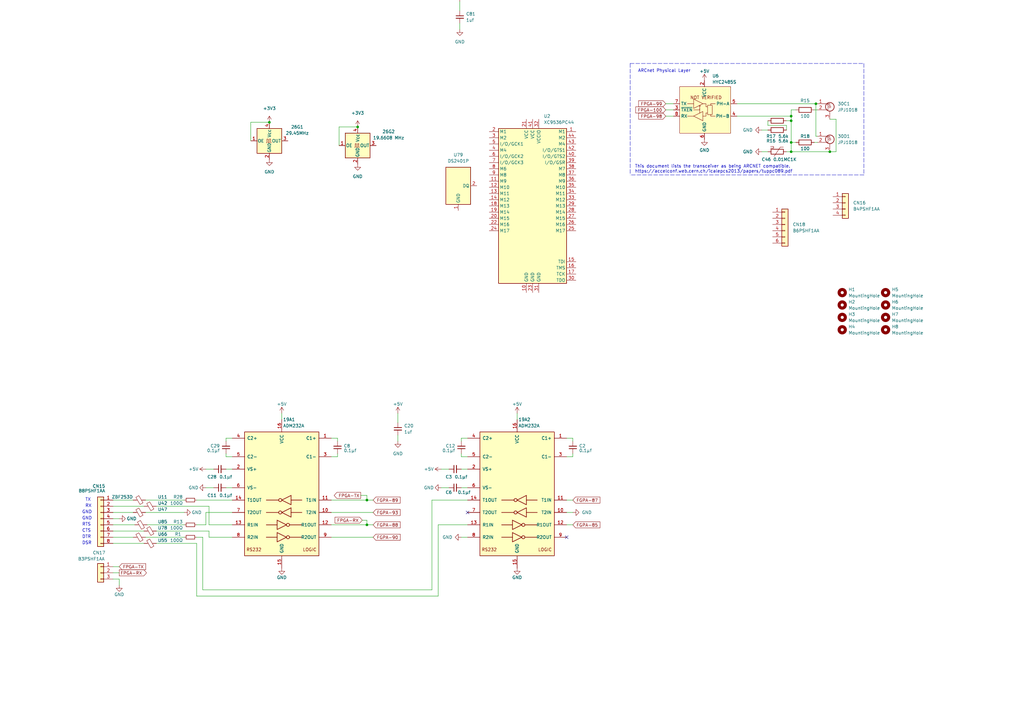
<source format=kicad_sch>
(kicad_sch (version 20211123) (generator eeschema)
  (paper "A3")
  (junction (at 385.445 -144.78))
  (junction (at 385.445 -62.865))
  (junction (at -64.135 66.04))
  (junction (at -95.885 64.77))
  (junction (at 382.905 -21.59))
  (junction (at 97.79 -156.845))
  (junction (at -95.25 97.79))
  (junction (at 250.19 -21.59))
  (junction (at 250.19 -131.445))
  (junction (at -95.25 -11.43))
  (junction (at 250.19 -13.335))
  (junction (at 385.445 -136.525))
  (junction (at 250.19 -5.08))
  (junction (at -95.885 194.31))
  (junction (at 150.495 205.105))
  (junction (at -95.25 -13.97))
  (junction (at 252.73 -34.925))
  (junction (at -95.25 -19.05))
  (junction (at -64.77 113.03))
  (junction (at 252.73 -108.585))
  (junction (at 382.905 -131.445))
  (junction (at -64.135 64.77))
  (junction (at 102.87 -147.955))
  (junction (at 252.73 -136.525))
  (junction (at -95.25 102.87))
  (junction (at 385.445 -18.415))
  (junction (at 385.445 -71.12))
  (junction (at 99.06 -136.525))
  (junction (at 340.36 62.23))
  (junction (at 385.445 -116.84))
  (junction (at 382.905 -49.53))
  (junction (at -95.25 100.33))
  (junction (at -64.77 -21.59))
  (junction (at 385.445 -108.585))
  (junction (at -95.25 -26.67))
  (junction (at 382.905 -147.955))
  (junction (at 382.905 -103.505))
  (junction (at 385.445 -54.61))
  (junction (at -95.885 191.77))
  (junction (at -64.135 191.77))
  (junction (at 382.905 -57.785))
  (junction (at 250.19 -29.845))
  (junction (at 250.19 -103.505))
  (junction (at -64.135 69.85))
  (junction (at 131.445 -158.75))
  (junction (at 110.49 50.165))
  (junction (at -64.77 105.41))
  (junction (at 324.485 58.42))
  (junction (at 97.79 -136.525))
  (junction (at 324.485 47.625))
  (junction (at 382.905 -111.76))
  (junction (at -95.25 105.41))
  (junction (at 385.445 -10.16))
  (junction (at 250.19 -139.7))
  (junction (at 250.19 -147.955))
  (junction (at 382.905 -29.845))
  (junction (at 382.905 -120.015))
  (junction (at -95.885 66.04))
  (junction (at -95.25 113.03))
  (junction (at 133.985 -161.29))
  (junction (at 382.905 -66.04))
  (junction (at 385.445 -46.355))
  (junction (at -95.885 67.31))
  (junction (at 252.73 -144.78))
  (junction (at -64.77 110.49))
  (junction (at 385.445 -153.035))
  (junction (at 126.365 -153.67))
  (junction (at 382.905 -5.08))
  (junction (at 382.905 -95.25))
  (junction (at 252.73 -100.33))
  (junction (at -64.77 -11.43))
  (junction (at -95.25 -21.59))
  (junction (at 382.905 -156.21))
  (junction (at 250.19 -156.21))
  (junction (at 324.485 49.53))
  (junction (at 385.445 -26.67))
  (junction (at -64.135 67.31))
  (junction (at 324.485 62.23))
  (junction (at -64.135 190.5))
  (junction (at 252.73 -125.095))
  (junction (at -95.25 -24.13))
  (junction (at 252.73 -116.84))
  (junction (at 100.33 -136.525))
  (junction (at -95.25 110.49))
  (junction (at -64.77 97.79))
  (junction (at 385.445 -125.095))
  (junction (at -95.885 69.85))
  (junction (at -64.77 -26.67))
  (junction (at 252.73 -10.16))
  (junction (at 252.73 -18.415))
  (junction (at 100.33 -152.4))
  (junction (at -64.77 100.33))
  (junction (at 385.445 -161.29))
  (junction (at 382.905 -139.7))
  (junction (at -95.885 189.23))
  (junction (at -64.135 189.23))
  (junction (at 252.73 -153.035))
  (junction (at 252.73 -161.29))
  (junction (at -64.77 -19.05))
  (junction (at 250.19 -111.76))
  (junction (at 128.905 -156.21))
  (junction (at 385.445 -100.33))
  (junction (at -64.77 -13.97))
  (junction (at 250.19 -95.25))
  (junction (at 252.73 -26.67))
  (junction (at 146.685 52.07))
  (junction (at 150.495 215.265))
  (junction (at 95.25 -161.29))
  (junction (at 382.905 -41.275))
  (junction (at -64.77 -24.13))
  (junction (at 334.645 42.545))
  (junction (at 382.905 -13.335))
  (junction (at -95.885 190.5))
  (junction (at 385.445 -34.925))
  (junction (at -64.77 102.87))
  (junction (at -64.135 194.31))
  (junction (at 250.19 -120.015))
  (no_connect (at 218.44 -37.465))
  (no_connect (at 215.9 -37.465))
  (no_connect (at 210.82 -37.465))
  (no_connect (at 118.745 -163.83))
  (no_connect (at 121.285 -163.83))
  (no_connect (at 116.205 -163.83))
  (no_connect (at 123.825 -163.83))
  (no_connect (at 123.825 -147.32))
  (no_connect (at 299.085 -138.43))
  (no_connect (at 299.085 -135.89))
  (no_connect (at 299.085 -133.35))
  (no_connect (at 116.205 -147.32))
  (no_connect (at 431.8 -45.72))
  (no_connect (at 232.41 220.345))
  (no_connect (at 121.285 -147.32))
  (no_connect (at 213.36 -37.465))
  (no_connect (at 166.37 -139.7))
  (no_connect (at 177.8 -134.62))
  (no_connect (at 191.77 210.185))
  (no_connect (at 431.8 -48.26))
  (no_connect (at 118.745 -147.32))
  (wire (pts (xy -97.79 143.51) (xy -93.98 143.51)))
  (wire (pts (xy -95.885 62.23) (xy -93.98 62.23)))
  (wire (pts (xy 92.075 -161.29) (xy 95.25 -161.29)))
  (wire (pts (xy 385.445 -100.33) (xy 402.59 -100.33)))
  (wire (pts (xy 397.51 -127.635) (xy 382.905 -127.635)))
  (wire (pts (xy 324.485 62.23) (xy 340.36 62.23)))
  (wire (pts (xy -62.865 36.83) (xy -66.04 36.83)))
  (wire (pts (xy 382.905 -13.335) (xy 385.445 -13.335)))
  (wire (pts (xy 273.05 47.625) (xy 276.225 47.625)))
  (wire (pts (xy 382.905 -49.53) (xy 382.905 -41.275)))
  (wire (pts (xy -95.885 41.91) (xy -93.98 41.91)))
  (wire (pts (xy 201.295 -72.39) (xy 334.645 -72.39)))
  (wire (pts (xy 249.555 -136.525) (xy 252.73 -136.525)))
  (wire (pts (xy 402.59 -140.97) (xy 402.59 -100.33)))
  (wire (pts (xy 207.01 -156.21) (xy 207.01 -85.09)))
  (wire (pts (xy 250.19 -147.955) (xy 252.73 -147.955)))
  (wire (pts (xy 191.77 179.705) (xy 189.23 179.705)))
  (wire (pts (xy 382.905 -29.845) (xy 385.445 -29.845)))
  (wire (pts (xy 99.06 -135.89) (xy 99.06 -136.525)))
  (wire (pts (xy 250.19 -111.76) (xy 252.73 -111.76)))
  (wire (pts (xy 201.295 -78.74) (xy 217.17 -78.74)))
  (wire (pts (xy 338.455 -29.845) (xy 338.455 -60.96)))
  (wire (pts (xy 417.83 -143.51) (xy 401.32 -143.51)))
  (wire (pts (xy -95.25 100.33) (xy -95.25 102.87)))
  (wire (pts (xy -66.04 135.89) (xy -62.23 135.89)))
  (polyline (pts (xy 354.33 26.035) (xy 354.33 71.755)))
  (wire (pts (xy -97.79 19.05) (xy -93.98 19.05)))
  (wire (pts (xy 367.03 -108.585) (xy 348.615 -108.585)))
  (wire (pts (xy 286.385 -161.29) (xy 299.085 -161.29)))
  (wire (pts (xy 102.87 -147.955) (xy 102.87 -142.875)))
  (wire (pts (xy 382.905 -57.785) (xy 382.905 -49.53)))
  (wire (pts (xy 180.975 200.025) (xy 184.15 200.025)))
  (wire (pts (xy 382.27 -54.61) (xy 385.445 -54.61)))
  (wire (pts (xy 63.5 -147.955) (xy 63.5 -144.78)))
  (wire (pts (xy -97.79 130.81) (xy -93.98 130.81)))
  (wire (pts (xy 400.05 -55.88) (xy 400.05 -26.67)))
  (wire (pts (xy -64.77 -24.13) (xy -64.77 -21.59)))
  (wire (pts (xy -64.77 105.41) (xy -64.77 107.95)))
  (wire (pts (xy 367.03 -95.25) (xy 339.725 -95.25)))
  (wire (pts (xy 249.555 -116.84) (xy 252.73 -116.84)))
  (wire (pts (xy 382.905 -120.015) (xy 382.905 -111.76)))
  (wire (pts (xy 394.97 -144.78) (xy 385.445 -144.78)))
  (polyline (pts (xy -111.76 -38.1) (xy -47.625 -38.1)))
  (wire (pts (xy -97.79 8.89) (xy -93.98 8.89)))
  (wire (pts (xy -66.04 115.57) (xy -64.77 115.57)))
  (wire (pts (xy -95.25 -11.43) (xy -95.25 -13.97)))
  (wire (pts (xy 166.37 -158.75) (xy 174.625 -158.75)))
  (wire (pts (xy 335.28 42.545) (xy 334.645 42.545)))
  (wire (pts (xy 353.695 -46.355) (xy 367.03 -46.355)))
  (wire (pts (xy -66.04 59.69) (xy -62.23 59.69)))
  (wire (pts (xy 226.06 -26.67) (xy 234.315 -26.67)))
  (wire (pts (xy 201.295 -71.12) (xy 335.915 -71.12)))
  (wire (pts (xy 286.385 -34.925) (xy 299.085 -34.925)))
  (wire (pts (xy -95.885 171.45) (xy -93.98 171.45)))
  (wire (pts (xy -97.79 26.67) (xy -93.98 26.67)))
  (wire (pts (xy -95.25 -19.05) (xy -93.98 -19.05)))
  (wire (pts (xy 382.905 -21.59) (xy 385.445 -21.59)))
  (wire (pts (xy 382.905 -103.505) (xy 385.445 -103.505)))
  (wire (pts (xy 382.27 -116.84) (xy 385.445 -116.84)))
  (wire (pts (xy 396.24 -153.67) (xy 396.24 -136.525)))
  (wire (pts (xy 353.695 -73.66) (xy 353.695 -46.355)))
  (wire (pts (xy 290.195 -143.51) (xy 299.085 -143.51)))
  (wire (pts (xy 382.905 -73.66) (xy 418.465 -73.66)))
  (wire (pts (xy 201.295 -76.2) (xy 330.835 -76.2)))
  (wire (pts (xy -97.155 49.53) (xy -93.98 49.53)))
  (wire (pts (xy 249.555 -29.845) (xy 250.19 -29.845)))
  (wire (pts (xy 385.445 -18.415) (xy 401.32 -18.415)))
  (wire (pts (xy -95.25 -13.97) (xy -93.98 -13.97)))
  (wire (pts (xy 234.315 -103.505) (xy 217.17 -103.505)))
  (wire (pts (xy -95.25 -19.05) (xy -95.25 -16.51)))
  (wire (pts (xy -95.25 -16.51) (xy -93.98 -16.51)))
  (wire (pts (xy 419.1 -66.04) (xy 431.8 -66.04)))
  (wire (pts (xy 382.905 -111.76) (xy 382.905 -103.505)))
  (wire (pts (xy -95.885 166.37) (xy -93.98 166.37)))
  (wire (pts (xy 417.83 -63.5) (xy 396.24 -63.5)))
  (wire (pts (xy -66.04 3.81) (xy -62.23 3.81)))
  (wire (pts (xy -66.04 133.35) (xy -62.23 133.35)))
  (wire (pts (xy -64.77 -19.05) (xy -64.77 -16.51)))
  (wire (pts (xy -97.155 173.99) (xy -93.98 173.99)))
  (wire (pts (xy 133.985 -161.29) (xy 156.845 -161.29)))
  (wire (pts (xy 249.555 -13.335) (xy 250.19 -13.335)))
  (wire (pts (xy -95.25 105.41) (xy -95.25 107.95)))
  (wire (pts (xy -64.77 97.79) (xy -64.77 100.33)))
  (wire (pts (xy 249.555 -21.59) (xy 250.19 -21.59)))
  (wire (pts (xy 385.445 -10.16) (xy 402.59 -10.16)))
  (wire (pts (xy -97.79 29.21) (xy -93.98 29.21)))
  (wire (pts (xy 250.19 -37.465) (xy 285.75 -37.465)))
  (wire (pts (xy 414.02 -55.88) (xy 400.05 -55.88)))
  (wire (pts (xy 75.565 210.185) (xy 59.69 210.185)))
  (wire (pts (xy 62.23 -152.4) (xy 62.23 -144.78)))
  (wire (pts (xy -64.135 52.07) (xy -66.04 52.07)))
  (wire (pts (xy 200.025 -175.26) (xy 200.025 -171.45)))
  (wire (pts (xy -64.135 186.69) (xy -66.04 186.69)))
  (wire (pts (xy 414.02 -66.04) (xy 394.97 -66.04)))
  (wire (pts (xy 249.555 -100.33) (xy 252.73 -100.33)))
  (wire (pts (xy 418.465 -148.59) (xy 398.78 -148.59)))
  (wire (pts (xy 401.32 -143.51) (xy 401.32 -108.585)))
  (wire (pts (xy 367.03 -125.095) (xy 343.535 -125.095)))
  (wire (pts (xy 382.27 -125.095) (xy 385.445 -125.095)))
  (wire (pts (xy 84.455 200.025) (xy 87.63 200.025)))
  (wire (pts (xy -95.885 186.69) (xy -93.98 186.69)))
  (wire (pts (xy -66.04 158.75) (xy -62.865 158.75)))
  (wire (pts (xy -64.77 -26.67) (xy -64.77 -24.13)))
  (wire (pts (xy 260.985 -32.385) (xy 260.985 -26.67)))
  (wire (pts (xy 75.565 215.265) (xy 60.325 215.265)))
  (wire (pts (xy 281.305 -140.97) (xy 269.875 -140.97)))
  (wire (pts (xy -95.885 54.61) (xy -93.98 54.61)))
  (wire (pts (xy 422.91 -63.5) (xy 431.8 -63.5)))
  (wire (pts (xy -97.79 3.81) (xy -93.98 3.81)))
  (wire (pts (xy 281.305 -146.05) (xy 267.335 -146.05)))
  (wire (pts (xy 204.47 -13.335) (xy 234.315 -13.335)))
  (wire (pts (xy 150.495 205.105) (xy 153.035 205.105)))
  (wire (pts (xy -95.885 52.07) (xy -93.98 52.07)))
  (wire (pts (xy 201.295 -52.07) (xy 203.2 -52.07)))
  (wire (pts (xy 367.03 -116.84) (xy 346.075 -116.84)))
  (wire (pts (xy -64.135 194.31) (xy -64.135 191.77)))
  (wire (pts (xy 232.41 210.185) (xy 234.95 210.185)))
  (wire (pts (xy -66.04 -8.89) (xy -64.77 -8.89)))
  (wire (pts (xy -66.04 143.51) (xy -62.23 143.51)))
  (wire (pts (xy 191.77 187.325) (xy 189.23 187.325)))
  (wire (pts (xy 92.71 186.055) (xy 92.71 187.325)))
  (wire (pts (xy 201.295 -80.01) (xy 214.63 -80.01)))
  (wire (pts (xy 92.075 -152.4) (xy 100.33 -152.4)))
  (wire (pts (xy 207.01 -29.845) (xy 234.315 -29.845)))
  (wire (pts (xy -66.04 118.11) (xy -62.23 118.11)))
  (wire (pts (xy 423.545 -148.59) (xy 431.8 -148.59)))
  (wire (pts (xy 250.19 -29.845) (xy 250.19 -37.465)))
  (wire (pts (xy -98.425 190.5) (xy -95.885 190.5)))
  (wire (pts (xy 84.455 210.185) (xy 95.25 210.185)))
  (wire (pts (xy 165.735 -148.59) (xy 174.625 -148.59)))
  (wire (pts (xy -97.79 125.73) (xy -93.98 125.73)))
  (wire (pts (xy -64.77 100.33) (xy -66.04 100.33)))
  (wire (pts (xy 150.495 213.36) (xy 150.495 215.265)))
  (wire (pts (xy 334.645 -131.445) (xy 334.645 -72.39)))
  (wire (pts (xy 385.445 -116.84) (xy 400.05 -116.84)))
  (wire (pts (xy 285.75 -148.59) (xy 266.065 -148.59)))
  (wire (pts (xy -95.25 -11.43) (xy -93.98 -11.43)))
  (wire (pts (xy 422.91 -153.67) (xy 431.8 -153.67)))
  (wire (pts (xy 54.61 220.345) (xy 46.355 220.345)))
  (wire (pts (xy 382.905 -66.04) (xy 382.905 -73.66)))
  (wire (pts (xy 260.985 -158.75) (xy 260.985 -153.035)))
  (wire (pts (xy 367.03 -29.845) (xy 338.455 -29.845)))
  (wire (pts (xy 250.19 -131.445) (xy 252.73 -131.445)))
  (wire (pts (xy -95.885 69.85) (xy -95.885 67.31)))
  (wire (pts (xy 353.695 -163.83) (xy 353.695 -136.525)))
  (wire (pts (xy 166.37 -163.83) (xy 174.625 -163.83)))
  (wire (pts (xy 252.73 -161.29) (xy 281.305 -161.29)))
  (wire (pts (xy 382.27 -161.29) (xy 385.445 -161.29)))
  (wire (pts (xy 356.235 -144.78) (xy 367.03 -144.78)))
  (wire (pts (xy 393.7 -158.75) (xy 418.465 -158.75)))
  (wire (pts (xy 201.295 -60.96) (xy 338.455 -60.96)))
  (wire (pts (xy 95.25 187.325) (xy 92.71 187.325)))
  (wire (pts (xy -66.04 34.29) (xy -62.865 34.29)))
  (wire (pts (xy -66.04 6.35) (xy -62.23 6.35)))
  (wire (pts (xy 226.06 -153.035) (xy 234.315 -153.035)))
  (wire (pts (xy -64.77 105.41) (xy -66.04 105.41)))
  (wire (pts (xy 367.03 -156.21) (xy 330.835 -156.21)))
  (wire (pts (xy -95.885 69.85) (xy -93.98 69.85)))
  (wire (pts (xy 267.335 -146.05) (xy 267.335 -116.84)))
  (wire (pts (xy 290.83 -37.465) (xy 299.085 -37.465)))
  (wire (pts (xy 302.26 42.545) (xy 334.645 42.545)))
  (wire (pts (xy 335.915 -58.42) (xy 335.915 -13.335)))
  (wire (pts (xy -66.04 196.85) (xy -64.135 196.85)))
  (wire (pts (xy 356.235 -73.66) (xy 356.235 -54.61)))
  (wire (pts (xy 54.61 205.105) (xy 46.355 205.105)))
  (wire (pts (xy 97.79 -158.75) (xy 97.79 -156.845)))
  (wire (pts (xy 419.1 -60.96) (xy 431.8 -60.96)))
  (wire (pts (xy -97.79 -6.35) (xy -93.98 -6.35)))
  (wire (pts (xy 382.905 -5.08) (xy 385.445 -5.08)))
  (wire (pts (xy 249.555 -120.015) (xy 250.19 -120.015)))
  (wire (pts (xy 385.445 -108.585) (xy 401.32 -108.585)))
  (wire (pts (xy 201.295 -74.93) (xy 332.105 -74.93)))
  (wire (pts (xy 419.1 -161.29) (xy 431.8 -161.29)))
  (wire (pts (xy 234.315 -120.015) (xy 212.09 -120.015)))
  (wire (pts (xy 92.71 192.405) (xy 95.25 192.405)))
  (wire (pts (xy 249.555 -144.78) (xy 252.73 -144.78)))
  (wire (pts (xy -66.04 146.05) (xy -62.23 146.05)))
  (wire (pts (xy -95.25 -21.59) (xy -95.25 -19.05)))
  (wire (pts (xy 213.36 -116.84) (xy 213.36 -163.83)))
  (wire (pts (xy 398.78 -58.42) (xy 398.78 -34.925)))
  (wire (pts (xy -97.79 -3.81) (xy -93.98 -3.81)))
  (wire (pts (xy 133.985 -163.83) (xy 133.985 -161.29)))
  (wire (pts (xy 135.89 210.185) (xy 153.035 210.185)))
  (wire (pts (xy 189.23 192.405) (xy 191.77 192.405)))
  (wire (pts (xy 382.905 -120.015) (xy 385.445 -120.015)))
  (wire (pts (xy 262.255 -29.845) (xy 262.255 -18.415)))
  (wire (pts (xy 215.9 -108.585) (xy 215.9 -163.83)))
  (wire (pts (xy -97.79 21.59) (xy -93.98 21.59)))
  (wire (pts (xy -97.155 57.15) (xy -93.98 57.15)))
  (wire (pts (xy 393.7 -153.035) (xy 385.445 -153.035)))
  (wire (pts (xy 188.595 0.635) (xy 188.595 4.445)))
  (wire (pts (xy 146.685 52.07) (xy 139.065 52.07)))
  (wire (pts (xy 382.27 -62.865) (xy 385.445 -62.865)))
  (wire (pts (xy -64.77 -19.05) (xy -66.04 -19.05)))
  (wire (pts (xy 382.27 -29.845) (xy 382.905 -29.845)))
  (wire (pts (xy 99.06 -136.525) (xy 97.79 -136.525)))
  (wire (pts (xy 46.355 234.95) (xy 48.895 234.95)))
  (wire (pts (xy 65.405 -147.955) (xy 63.5 -147.955)))
  (wire (pts (xy 112.395 -153.67) (xy 126.365 -153.67)))
  (wire (pts (xy 418.465 -58.42) (xy 398.78 -58.42)))
  (wire (pts (xy 252.73 -100.33) (xy 269.875 -100.33)))
  (wire (pts (xy 346.075 -26.67) (xy 346.075 -73.66)))
  (wire (pts (xy 112.395 -156.21) (xy 128.905 -156.21)))
  (wire (pts (xy 218.44 -100.33) (xy 234.315 -100.33)))
  (wire (pts (xy 382.905 -139.7) (xy 382.905 -131.445)))
  (wire (pts (xy 393.7 -158.75) (xy 393.7 -153.035)))
  (wire (pts (xy 290.195 -27.305) (xy 299.085 -27.305)))
  (wire (pts (xy 59.055 207.645) (xy 46.355 207.645)))
  (wire (pts (xy 382.27 -41.275) (xy 382.905 -41.275)))
  (wire (pts (xy -95.25 115.57) (xy -95.25 113.03)))
  (wire (pts (xy 218.44 -95.25) (xy 218.44 -77.47)))
  (wire (pts (xy 59.055 217.805) (xy 46.355 217.805)))
  (wire (pts (xy 382.27 -66.04) (xy 382.905 -66.04)))
  (wire (pts (xy 208.28 -147.955) (xy 234.315 -147.955)))
  (wire (pts (xy -64.77 113.03) (xy -64.77 110.49)))
  (wire (pts (xy 286.385 -156.21) (xy 299.085 -156.21)))
  (wire (pts (xy 314.96 51.435) (xy 322.58 51.435)))
  (wire (pts (xy 382.27 -111.76) (xy 382.905 -111.76)))
  (wire (pts (xy 286.385 -151.13) (xy 299.085 -151.13)))
  (wire (pts (xy 201.295 -63.5) (xy 340.995 -63.5)))
  (wire (pts (xy -64.77 107.95) (xy -66.04 107.95)))
  (wire (pts (xy 131.445 -158.75) (xy 131.445 -147.32)))
  (wire (pts (xy 423.545 -58.42) (xy 431.8 -58.42)))
  (wire (pts (xy -66.04 140.97) (xy -62.23 140.97)))
  (wire (pts (xy 385.445 -125.095) (xy 398.78 -125.095)))
  (wire (pts (xy -66.04 125.73) (xy -62.23 125.73)))
  (wire (pts (xy -95.25 110.49) (xy -93.98 110.49)))
  (wire (pts (xy 234.315 -108.585) (xy 215.9 -108.585)))
  (wire (pts (xy 382.27 -49.53) (xy 382.905 -49.53)))
  (wire (pts (xy -97.79 1.27) (xy -93.98 1.27)))
  (wire (pts (xy -97.155 34.29) (xy -93.98 34.29)))
  (wire (pts (xy 250.19 -13.335) (xy 250.19 -5.08)))
  (wire (pts (xy 97.79 -156.845) (xy 97.79 -142.875)))
  (wire (pts (xy 285.115 -143.51) (xy 268.605 -143.51)))
  (wire (pts (xy 138.43 179.705) (xy 138.43 180.975)))
  (wire (pts (xy 102.87 -137.795) (xy 102.87 -136.525)))
  (polyline (pts (xy -47.625 80.01) (xy -47.625 -38.1)))
  (wire (pts (xy 201.295 -58.42) (xy 335.915 -58.42)))
  (wire (pts (xy 201.295 -59.69) (xy 337.185 -59.69)))
  (wire (pts (xy 203.2 -52.07) (xy 203.2 -5.08)))
  (wire (pts (xy -64.77 97.79) (xy -66.04 97.79)))
  (wire (pts (xy 135.89 179.705) (xy 138.43 179.705)))
  (wire (pts (xy 423.545 -73.66) (xy 431.8 -73.66)))
  (wire (pts (xy -64.135 64.77) (xy -66.04 64.77)))
  (wire (pts (xy 226.06 -37.465) (xy 226.06 -26.67)))
  (wire (pts (xy 382.27 -103.505) (xy 382.905 -103.505)))
  (wire (pts (xy -95.885 196.85) (xy -95.885 194.31)))
  (wire (pts (xy -95.885 66.04) (xy -95.885 64.77)))
  (polyline (pts (xy 258.445 26.035) (xy 354.33 26.035)))
  (wire (pts (xy -97.155 36.83) (xy -93.98 36.83)))
  (wire (pts (xy -95.885 64.77) (xy -93.98 64.77)))
  (wire (pts (xy 126.365 -163.83) (xy 126.365 -153.67)))
  (polyline (pts (xy -111.76 80.01) (xy -47.625 80.01)))
  (wire (pts (xy 177.165 241.935) (xy 177.165 205.105)))
  (wire (pts (xy 249.555 -156.21) (xy 250.19 -156.21)))
  (wire (pts (xy 396.24 -63.5) (xy 396.24 -46.355)))
  (wire (pts (xy 290.195 -153.67) (xy 299.085 -153.67)))
  (wire (pts (xy 249.555 -103.505) (xy 250.19 -103.505)))
  (wire (pts (xy 80.645 222.885) (xy 80.645 244.475)))
  (wire (pts (xy -95.885 64.77) (xy -95.885 62.23)))
  (wire (pts (xy 358.775 -153.035) (xy 367.03 -153.035)))
  (wire (pts (xy 343.535 -125.095) (xy 343.535 -163.83)))
  (wire (pts (xy 382.27 -120.015) (xy 382.905 -120.015)))
  (wire (pts (xy 85.725 215.265) (xy 95.25 215.265)))
  (wire (pts (xy 249.555 -111.76) (xy 250.19 -111.76)))
  (wire (pts (xy 337.185 -111.76) (xy 367.03 -111.76)))
  (wire (pts (xy 189.23 220.345) (xy 191.77 220.345)))
  (wire (pts (xy -95.25 -26.67) (xy -93.98 -26.67)))
  (wire (pts (xy 80.645 -147.955) (xy 102.87 -147.955)))
  (wire (pts (xy 367.03 -26.67) (xy 346.075 -26.67)))
  (wire (pts (xy 348.615 -108.585) (xy 348.615 -163.83)))
  (wire (pts (xy 382.27 -95.25) (xy 382.905 -95.25)))
  (wire (pts (xy 417.83 -153.67) (xy 396.24 -153.67)))
  (wire (pts (xy 252.73 -116.84) (xy 267.335 -116.84)))
  (wire (pts (xy -64.77 -26.67) (xy -66.04 -26.67)))
  (wire (pts (xy 102.87 -153.67) (xy 102.87 -147.955)))
  (wire (pts (xy 250.19 -111.76) (xy 250.19 -103.505)))
  (wire (pts (xy 252.73 -34.925) (xy 281.305 -34.925)))
  (wire (pts (xy 335.915 -120.015) (xy 367.03 -120.015)))
  (wire (pts (xy 223.52 -163.83) (xy 223.52 -144.78)))
  (wire (pts (xy 126.365 -153.67) (xy 126.365 -147.32)))
  (wire (pts (xy 262.255 -156.21) (xy 262.255 -144.78)))
  (wire (pts (xy 343.535 -34.925) (xy 343.535 -73.66)))
  (wire (pts (xy -95.25 -29.21) (xy -95.25 -26.67)))
  (wire (pts (xy 95.25 -161.29) (xy 107.315 -161.29)))
  (wire (pts (xy 312.42 53.34) (xy 314.96 53.34)))
  (wire (pts (xy 92.71 179.705) (xy 92.71 180.975)))
  (wire (pts (xy 212.09 -120.015) (xy 212.09 -81.28)))
  (wire (pts (xy 382.905 -156.21) (xy 385.445 -156.21)))
  (wire (pts (xy -66.04 16.51) (xy -62.23 16.51)))
  (wire (pts (xy 402.59 -50.8) (xy 402.59 -10.16)))
  (wire (pts (xy -64.77 -21.59) (xy -64.77 -19.05)))
  (wire (pts (xy -66.04 -3.81) (xy -62.23 -3.81)))
  (wire (pts (xy 80.645 220.345) (xy 83.185 220.345)))
  (wire (pts (xy 382.905 -13.335) (xy 382.905 -5.08)))
  (wire (pts (xy 223.52 -144.78) (xy 234.315 -144.78)))
  (wire (pts (xy 322.58 49.53) (xy 324.485 49.53)))
  (wire (pts (xy -95.25 -24.13) (xy -93.98 -24.13)))
  (wire (pts (xy 339.725 -41.275) (xy 339.725 -62.23)))
  (wire (pts (xy 382.27 -144.78) (xy 385.445 -144.78)))
  (wire (pts (xy 180.975 192.405) (xy 184.15 192.405)))
  (wire (pts (xy 201.295 -57.15) (xy 334.645 -57.15)))
  (wire (pts (xy -95.885 179.07) (xy -93.98 179.07)))
  (wire (pts (xy 361.315 -71.12) (xy 367.03 -71.12)))
  (wire (pts (xy 262.255 -18.415) (xy 252.73 -18.415)))
  (wire (pts (xy -64.135 181.61) (xy -66.04 181.61)))
  (wire (pts (xy 48.895 212.725) (xy 46.355 212.725)))
  (wire (pts (xy -64.135 62.23) (xy -66.04 62.23)))
  (wire (pts (xy 382.905 -103.505) (xy 382.905 -95.25)))
  (wire (pts (xy 260.985 -32.385) (xy 285.75 -32.385)))
  (wire (pts (xy 358.775 -163.83) (xy 358.775 -153.035)))
  (wire (pts (xy 249.555 -131.445) (xy 250.19 -131.445)))
  (wire (pts (xy 419.1 -156.21) (xy 431.8 -156.21)))
  (wire (pts (xy 382.905 -57.785) (xy 385.445 -57.785)))
  (wire (pts (xy 92.71 200.025) (xy 95.25 200.025)))
  (wire (pts (xy 250.19 -156.21) (xy 252.73 -156.21)))
  (wire (pts (xy -95.25 100.33) (xy -93.98 100.33)))
  (wire (pts (xy 396.24 -136.525) (xy 385.445 -136.525)))
  (wire (pts (xy 423.545 -163.83) (xy 431.8 -163.83)))
  (wire (pts (xy 128.905 -156.21) (xy 128.905 -147.32)))
  (wire (pts (xy 269.875 -140.97) (xy 269.875 -100.33)))
  (wire (pts (xy 249.555 -108.585) (xy 252.73 -108.585)))
  (wire (pts (xy 234.315 -131.445) (xy 209.55 -131.445)))
  (wire (pts (xy 250.19 -103.505) (xy 250.19 -95.25)))
  (wire (pts (xy -64.77 -16.51) (xy -66.04 -16.51)))
  (wire (pts (xy 139.065 52.07) (xy 139.065 59.69)))
  (wire (pts (xy 228.6 -161.29) (xy 234.315 -161.29)))
  (wire (pts (xy 351.155 -10.16) (xy 367.03 -10.16)))
  (wire (pts (xy 382.27 -153.035) (xy 385.445 -153.035)))
  (wire (pts (xy 396.24 -46.355) (xy 385.445 -46.355)))
  (wire (pts (xy 201.295 -69.85) (xy 337.185 -69.85)))
  (wire (pts (xy 201.295 -68.58) (xy 338.455 -68.58)))
  (wire (pts (xy 249.555 -125.095) (xy 252.73 -125.095)))
  (wire (pts (xy 148.59 213.36) (xy 150.495 213.36)))
  (wire (pts (xy 200.025 -166.37) (xy 200.025 -163.83)))
  (wire (pts (xy 64.135 207.645) (xy 85.725 207.645)))
  (wire (pts (xy 250.19 -139.7) (xy 252.73 -139.7)))
  (wire (pts (xy 348.615 -18.415) (xy 348.615 -73.66)))
  (wire (pts (xy 382.905 -147.955) (xy 382.905 -139.7)))
  (wire (pts (xy -64.135 72.39) (xy -64.135 69.85)))
  (wire (pts (xy 149.86 -107.315) (xy 149.86 -104.775)))
  (wire (pts (xy 250.19 -120.015) (xy 250.19 -111.76)))
  (wire (pts (xy -97.79 13.97) (xy -93.98 13.97)))
  (wire (pts (xy 393.7 -68.58) (xy 393.7 -62.865)))
  (wire (pts (xy 340.995 -49.53) (xy 340.995 -63.5)))
  (wire (pts (xy -66.04 120.65) (xy -62.23 120.65)))
  (wire (pts (xy 179.705 215.265) (xy 191.77 215.265)))
  (wire (pts (xy 64.135 217.805) (xy 85.725 217.805)))
  (wire (pts (xy 382.27 -21.59) (xy 382.905 -21.59)))
  (wire (pts (xy 128.905 -163.83) (xy 128.905 -156.21)))
  (wire (pts (xy 234.95 179.705) (xy 234.95 180.975)))
  (wire (pts (xy -64.135 67.31) (xy -64.135 66.04)))
  (wire (pts (xy -62.865 173.99) (xy -66.04 173.99)))
  (wire (pts (xy -64.135 46.99) (xy -66.04 46.99)))
  (wire (pts (xy -64.135 189.23) (xy -66.04 189.23)))
  (wire (pts (xy 401.32 -53.34) (xy 401.32 -18.415)))
  (wire (pts (xy 367.03 -18.415) (xy 348.615 -18.415)))
  (wire (pts (xy -95.25 -8.89) (xy -95.25 -11.43)))
  (wire (pts (xy -62.23 148.59) (xy -66.04 148.59)))
  (wire (pts (xy 220.98 -37.465) (xy 220.98 -10.16)))
  (wire (pts (xy 382.905 -21.59) (xy 382.905 -13.335)))
  (wire (pts (xy 250.19 -95.25) (xy 252.73 -95.25)))
  (wire (pts (xy -64.135 57.15) (xy -66.04 57.15)))
  (wire (pts (xy -64.135 189.23) (xy -64.135 186.69)))
  (wire (pts (xy -64.77 -13.97) (xy -66.04 -13.97)))
  (wire (pts (xy -64.77 110.49) (xy -66.04 110.49)))
  (wire (pts (xy 249.555 -153.035) (xy 252.73 -153.035)))
  (wire (pts (xy -95.885 191.77) (xy -95.885 190.5)))
  (wire (pts (xy -97.79 138.43) (xy -93.98 138.43)))
  (wire (pts (xy 382.27 -156.21) (xy 382.905 -156.21)))
  (wire (pts (xy 204.47 -53.34) (xy 204.47 -13.335)))
  (wire (pts (xy -93.98 115.57) (xy -95.25 115.57)))
  (wire (pts (xy -95.885 190.5) (xy -95.885 189.23)))
  (wire (pts (xy -62.23 151.13) (xy -66.04 151.13)))
  (wire (pts (xy -66.04 11.43) (xy -62.23 11.43)))
  (wire (pts (xy 234.315 -125.095) (xy 210.82 -125.095)))
  (wire (pts (xy 382.905 -49.53) (xy 385.445 -49.53)))
  (wire (pts (xy 110.49 50.165) (xy 102.87 50.165)))
  (wire (pts (xy -64.135 69.85) (xy -64.135 67.31)))
  (wire (pts (xy 133.985 -147.32) (xy 133.985 -161.29)))
  (wire (pts (xy 46.355 232.41) (xy 48.895 232.41)))
  (wire (pts (xy 382.27 -10.16) (xy 385.445 -10.16)))
  (wire (pts (xy -66.04 19.05) (xy -62.23 19.05)))
  (wire (pts (xy -66.04 128.27) (xy -62.23 128.27)))
  (wire (pts (xy 262.255 -144.78) (xy 252.73 -144.78)))
  (wire (pts (xy 419.1 -146.05) (xy 431.8 -146.05)))
  (wire (pts (xy 356.235 -163.83) (xy 356.235 -144.78)))
  (wire (pts (xy -95.885 189.23) (xy -95.885 186.69)))
  (wire (pts (xy -66.04 1.27) (xy -62.23 1.27)))
  (wire (pts (xy 189.23 186.055) (xy 189.23 187.325)))
  (wire (pts (xy 333.375 -139.7) (xy 367.03 -139.7)))
  (wire (pts (xy 59.055 222.885) (xy 46.355 222.885)))
  (wire (pts (xy -64.135 64.77) (xy -64.135 62.23)))
  (wire (pts (xy 314.96 49.53) (xy 314.96 51.435)))
  (wire (pts (xy 342.265 -57.785) (xy 342.265 -64.77)))
  (wire (pts (xy 332.105 -147.955) (xy 367.03 -147.955)))
  (wire (pts (xy -97.79 146.05) (xy -93.98 146.05)))
  (wire (pts (xy 223.52 -37.465) (xy 223.52 -18.415)))
  (wire (pts (xy -95.25 95.25) (xy -95.25 97.79)))
  (wire (pts (xy -62.23 153.67) (xy -66.04 153.67)))
  (wire (pts (xy 353.695 -136.525) (xy 367.03 -136.525)))
  (wire (pts (xy 263.525 -136.525) (xy 252.73 -136.525)))
  (wire (pts (xy 201.295 -83.82) (xy 208.28 -83.82)))
  (wire (pts (xy 414.02 -146.05) (xy 400.05 -146.05)))
  (wire (pts (xy 112.395 -158.75) (xy 131.445 -158.75)))
  (wire (pts (xy 382.27 -26.67) (xy 385.445 -26.67)))
  (wire (pts (xy 351.155 -100.33) (xy 367.03 -100.33)))
  (wire (pts (xy 266.065 -148.59) (xy 266.065 -125.095)))
  (wire (pts (xy 340.36 48.895) (xy 342.9 48.895)))
  (wire (pts (xy -95.885 72.39) (xy -95.885 69.85)))
  (wire (pts (xy 382.905 -120.015) (xy 382.905 -127.635)))
  (wire (pts (xy 201.295 -64.77) (xy 342.265 -64.77)))
  (wire (pts (xy 201.295 -82.55) (xy 209.55 -82.55)))
  (wire (pts (xy -64.77 95.25) (xy -64.77 97.79)))
  (wire (pts (xy 281.305 -156.21) (xy 262.255 -156.21)))
  (wire (pts (xy -62.23 26.67) (xy -66.04 26.67)))
  (wire (pts (xy 382.27 -46.355) (xy 385.445 -46.355)))
  (wire (pts (xy -95.25 105.41) (xy -93.98 105.41)))
  (wire (pts (xy -64.77 -21.59) (xy -66.04 -21.59)))
  (wire (pts (xy -64.135 67.31) (xy -66.04 67.31)))
  (wire (pts (xy 286.385 -146.05) (xy 299.085 -146.05)))
  (wire (pts (xy 59.69 -161.29) (xy 59.69 -144.78)))
  (wire (pts (xy 131.445 -158.75) (xy 161.29 -158.75)))
  (wire (pts (xy -66.04 123.19) (xy -62.23 123.19)))
  (wire (pts (xy -64.135 191.77) (xy -64.135 190.5)))
  (wire (pts (xy 367.03 -5.08) (xy 334.645 -5.08)))
  (wire (pts (xy -64.77 113.03) (xy -66.04 113.03)))
  (wire (pts (xy 382.905 -41.275) (xy 385.445 -41.275)))
  (wire (pts (xy -62.23 31.75) (xy -66.04 31.75)))
  (wire (pts (xy 385.445 -71.12) (xy 414.02 -71.12)))
  (wire (pts (xy -95.25 -24.13) (xy -95.25 -21.59)))
  (wire (pts (xy -62.865 168.91) (xy -66.04 168.91)))
  (wire (pts (xy 382.27 -100.33) (xy 385.445 -100.33)))
  (wire (pts (xy 55.245 215.265) (xy 46.355 215.265)))
  (wire (pts (xy 151.13 -151.13) (xy 156.845 -151.13)))
  (wire (pts (xy 290.83 -148.59) (xy 299.085 -148.59)))
  (wire (pts (xy 285.115 -153.67) (xy 263.525 -153.67)))
  (polyline (pts (xy 258.445 26.035) (xy 258.445 71.755)))
  (wire (pts (xy 135.89 205.105) (xy 150.495 205.105)))
  (wire (pts (xy 163.195 178.435) (xy 163.195 180.975)))
  (wire (pts (xy 400.05 -146.05) (xy 400.05 -116.84)))
  (wire (pts (xy 64.135 222.885) (xy 80.645 222.885)))
  (wire (pts (xy 131.445 -158.75) (xy 131.445 -163.83)))
  (wire (pts (xy -62.23 156.21) (xy -66.04 156.21)))
  (wire (pts (xy 250.19 -120.015) (xy 252.73 -120.015)))
  (wire (pts (xy 218.44 -95.25) (xy 234.315 -95.25)))
  (wire (pts (xy -64.135 166.37) (xy -66.04 166.37)))
  (wire (pts (xy -64.77 -11.43) (xy -64.77 -13.97)))
  (wire (pts (xy 264.795 -127.635) (xy 250.19 -127.635)))
  (wire (pts (xy -64.77 100.33) (xy -64.77 102.87)))
  (wire (pts (xy 95.25 -136.525) (xy 95.25 -137.795)))
  (wire (pts (xy 234.315 -111.76) (xy 214.63 -111.76)))
  (wire (pts (xy 95.25 179.705) (xy 92.71 179.705)))
  (wire (pts (xy 382.905 -111.76) (xy 385.445 -111.76)))
  (wire (pts (xy -64.135 66.04) (xy -64.135 64.77)))
  (wire (pts (xy -64.135 190.5) (xy -64.135 189.23)))
  (wire (pts (xy -64.135 196.85) (xy -64.135 194.31)))
  (wire (pts (xy 100.33 -152.4) (xy 100.33 -142.875)))
  (wire (pts (xy -64.77 102.87) (xy -64.77 105.41)))
  (wire (pts (xy 228.6 -163.83) (xy 228.6 -161.29)))
  (wire (pts (xy -97.79 -13.97) (xy -95.25 -13.97)))
  (wire (pts (xy 234.95 186.055) (xy 234.95 187.325)))
  (wire (pts (xy 322.58 62.23) (xy 324.485 62.23)))
  (wire (pts (xy 217.17 -103.505) (xy 217.17 -78.74)))
  (wire (pts (xy 97.79 -158.75) (xy 107.315 -158.75)))
  (wire (pts (xy 250.19 -156.21) (xy 250.19 -147.955)))
  (wire (pts (xy -97.79 6.35) (xy -93.98 6.35)))
  (wire (pts (xy 214.63 -111.76) (xy 214.63 -80.01)))
  (wire (pts (xy 290.83 -163.83) (xy 299.085 -163.83)))
  (wire (pts (xy -97.155 158.75) (xy -93.98 158.75)))
  (wire (pts (xy -95.885 189.23) (xy -93.98 189.23)))
  (wire (pts (xy 382.27 -5.08) (xy 382.905 -5.08)))
  (wire (pts (xy 382.27 -131.445) (xy 382.905 -131.445)))
  (wire (pts (xy 367.03 -13.335) (xy 335.915 -13.335)))
  (wire (pts (xy -62.23 29.21) (xy -66.04 29.21)))
  (wire (pts (xy -62.23 110.49) (xy -64.77 110.49)))
  (wire (pts (xy 149.86 -116.205) (xy 149.86 -112.395)))
  (wire (pts (xy 302.26 47.625) (xy 324.485 47.625)))
  (wire (pts (xy -66.04 -6.35) (xy -62.23 -6.35)))
  (wire (pts (xy -97.79 118.11) (xy -93.98 118.11)))
  (wire (pts (xy 249.555 -161.29) (xy 252.73 -161.29)))
  (wire (pts (xy 188.595 9.525) (xy 188.595 12.065)))
  (wire (pts (xy -97.155 181.61) (xy -93.98 181.61)))
  (wire (pts (xy 382.905 -139.7) (xy 385.445 -139.7)))
  (wire (pts (xy -95.25 97.79) (xy -93.98 97.79)))
  (wire (pts (xy 249.555 -5.08) (xy 250.19 -5.08)))
  (wire (pts (xy -95.25 107.95) (xy -93.98 107.95)))
  (wire (pts (xy -62.865 161.29) (xy -66.04 161.29)))
  (wire (pts (xy 273.05 45.085) (xy 276.225 45.085)))
  (wire (pts (xy -97.79 24.13) (xy -93.98 24.13)))
  (wire (pts (xy 382.27 -139.7) (xy 382.905 -139.7)))
  (wire (pts (xy 263.525 -153.67) (xy 263.525 -136.525)))
  (wire (pts (xy 334.645 42.545) (xy 334.645 55.88)))
  (wire (pts (xy 394.97 -54.61) (xy 385.445 -54.61)))
  (wire (pts (xy 201.295 -53.34) (xy 204.47 -53.34)))
  (wire (pts (xy 382.905 -156.21) (xy 382.905 -147.955)))
  (wire (pts (xy 210.82 -125.095) (xy 210.82 -163.83)))
  (wire (pts (xy 333.375 -139.7) (xy 333.375 -73.66)))
  (wire (pts (xy 201.295 -54.61) (xy 205.74 -54.61)))
  (wire (pts (xy 205.74 -21.59) (xy 234.315 -21.59)))
  (wire (pts (xy 382.905 -66.04) (xy 382.905 -57.785)))
  (wire (pts (xy 201.295 -81.28) (xy 212.09 -81.28)))
  (wire (pts (xy 423.545 -158.75) (xy 431.8 -158.75)))
  (wire (pts (xy 135.89 220.345) (xy 153.035 220.345)))
  (wire (pts (xy -97.155 163.83) (xy -93.98 163.83)))
  (wire (pts (xy -64.135 69.85) (xy -66.04 69.85)))
  (wire (pts (xy 290.83 -158.75) (xy 299.085 -158.75)))
  (wire (pts (xy 419.1 -151.13) (xy 431.8 -151.13)))
  (wire (pts (xy 268.605 -143.51) (xy 268.605 -108.585)))
  (wire (pts (xy -93.98 72.39) (xy -95.885 72.39)))
  (wire (pts (xy -95.25 97.79) (xy -95.25 100.33)))
  (wire (pts (xy 212.09 169.545) (xy 212.09 172.085)))
  (wire (pts (xy 97.79 -136.525) (xy 95.25 -136.525)))
  (wire (pts (xy 351.155 -163.83) (xy 351.155 -100.33)))
  (wire (pts (xy 232.41 187.325) (xy 234.95 187.325)))
  (wire (pts (xy 367.03 -57.785) (xy 342.265 -57.785)))
  (wire (pts (xy 382.905 -156.21) (xy 382.905 -163.83)))
  (wire (pts (xy 100.33 -156.21) (xy 100.33 -152.4)))
  (wire (pts (xy 337.185 -59.69) (xy 337.185 -21.59)))
  (wire (pts (xy 223.52 -18.415) (xy 234.315 -18.415)))
  (wire (pts (xy 250.19 -21.59) (xy 252.73 -21.59)))
  (wire (pts (xy -64.135 171.45) (xy -66.04 171.45)))
  (wire (pts (xy -97.79 151.13) (xy -93.98 151.13)))
  (wire (pts (xy 220.98 -136.525) (xy 234.315 -136.525)))
  (wire (pts (xy -97.155 168.91) (xy -93.98 168.91)))
  (wire (pts (xy 361.315 -161.29) (xy 367.03 -161.29)))
  (wire (pts (xy 209.55 -131.445) (xy 209.55 -82.55)))
  (wire (pts (xy -93.98 -8.89) (xy -95.25 -8.89)))
  (wire (pts (xy 249.555 -147.955) (xy 250.19 -147.955)))
  (wire (pts (xy -97.155 161.29) (xy -93.98 161.29)))
  (wire (pts (xy 249.555 -139.7) (xy 250.19 -139.7)))
  (wire (pts (xy 102.87 50.165) (xy 102.87 57.785)))
  (wire (pts (xy -66.04 130.81) (xy -62.23 130.81)))
  (wire (pts (xy 367.03 -34.925) (xy 343.535 -34.925)))
  (wire (pts (xy -64.77 -29.21) (xy -64.77 -26.67)))
  (wire (pts (xy -64.135 194.31) (xy -66.04 194.31)))
  (wire (pts (xy -64.135 41.91) (xy -66.04 41.91)))
  (wire (pts (xy 397.51 -60.96) (xy 397.51 -37.465)))
  (wire (pts (xy 393.7 -68.58) (xy 418.465 -68.58)))
  (wire (pts (xy 76.835 -161.29) (xy 59.69 -161.29)))
  (wire (pts (xy 264.795 -151.13) (xy 264.795 -127.635)))
  (wire (pts (xy 201.295 -77.47) (xy 218.44 -77.47)))
  (wire (pts (xy -66.04 13.97) (xy -62.23 13.97)))
  (wire (pts (xy 367.03 -49.53) (xy 340.995 -49.53)))
  (wire (pts (xy -97.155 59.69) (xy -93.98 59.69)))
  (wire (pts (xy 100.33 -137.795) (xy 100.33 -136.525)))
  (wire (pts (xy -66.04 21.59) (xy -62.23 21.59)))
  (wire (pts (xy 207.01 -55.88) (xy 207.01 -29.845)))
  (wire (pts (xy -62.865 49.53) (xy -66.04 49.53)))
  (wire (pts (xy 126.365 -153.67) (xy 160.655 -153.67)))
  (wire (pts (xy 135.89 187.325) (xy 138.43 187.325)))
  (polyline (pts (xy 354.33 71.755) (xy 258.445 71.755)))
  (wire (pts (xy 48.895 237.49) (xy 48.895 240.03)))
  (wire (pts (xy -62.865 163.83) (xy -66.04 163.83)))
  (wire (pts (xy 382.27 -57.785) (xy 382.905 -57.785)))
  (wire (pts (xy 75.565 205.105) (xy 59.69 205.105)))
  (wire (pts (xy 100.33 -136.525) (xy 99.06 -136.525)))
  (wire (pts (xy 361.315 -163.83) (xy 361.315 -161.29)))
  (wire (pts (xy -97.79 148.59) (xy -93.98 148.59)))
  (wire (pts (xy 220.98 -10.16) (xy 234.315 -10.16)))
  (wire (pts (xy -62.23 -13.97) (xy -64.77 -13.97)))
  (wire (pts (xy 201.295 -67.31) (xy 339.725 -67.31)))
  (wire (pts (xy -62.865 39.37) (xy -66.04 39.37)))
  (wire (pts (xy -95.885 46.99) (xy -93.98 46.99)))
  (wire (pts (xy -62.865 44.45) (xy -66.04 44.45)))
  (wire (pts (xy -97.79 156.21) (xy -93.98 156.21)))
  (wire (pts (xy 220.98 -163.83) (xy 220.98 -136.525)))
  (wire (pts (xy 419.1 -71.12) (xy 431.8 -71.12)))
  (wire (pts (xy 232.41 215.265) (xy 234.95 215.265)))
  (wire (pts (xy 250.19 -147.955) (xy 250.19 -139.7)))
  (wire (pts (xy 161.925 -161.29) (xy 174.625 -161.29)))
  (wire (pts (xy 205.74 -54.61) (xy 205.74 -21.59)))
  (wire (pts (xy -97.155 44.45) (xy -93.98 44.45)))
  (wire (pts (xy 334.645 -131.445) (xy 367.03 -131.445)))
  (wire (pts (xy 228.6 -37.465) (xy 228.6 -34.925)))
  (wire (pts (xy 97.79 -137.795) (xy 97.79 -136.525)))
  (wire (pts (xy 422.91 -53.34) (xy 431.8 -53.34)))
  (wire (pts (xy -95.25 113.03) (xy -93.98 113.03)))
  (wire (pts (xy 382.27 -108.585) (xy 385.445 -108.585)))
  (wire (pts (xy 80.645 -156.845) (xy 97.79 -156.845)))
  (wire (pts (xy 382.27 -34.925) (xy 385.445 -34.925)))
  (wire (pts (xy 382.905 -147.955) (xy 385.445 -147.955)))
  (wire (pts (xy 228.6 -34.925) (xy 234.315 -34.925)))
  (wire (pts (xy 382.27 -147.955) (xy 382.905 -147.955)))
  (wire (pts (xy -95.885 67.31) (xy -93.98 67.31)))
  (wire (pts (xy 250.19 -139.7) (xy 250.19 -131.445)))
  (wire (pts (xy 382.27 -71.12) (xy 385.445 -71.12)))
  (wire (pts (xy 260.985 -158.75) (xy 285.75 -158.75)))
  (wire (pts (xy 250.19 -29.845) (xy 250.19 -21.59)))
  (wire (pts (xy -64.77 -8.89) (xy -64.77 -11.43)))
  (wire (pts (xy 156.845 -156.21) (xy 128.905 -156.21)))
  (wire (pts (xy 382.905 -163.83) (xy 418.465 -163.83)))
  (wire (pts (xy 85.725 220.345) (xy 95.25 220.345)))
  (wire (pts (xy 189.23 179.705) (xy 189.23 180.975)))
  (wire (pts (xy 312.42 62.23) (xy 314.96 62.23)))
  (wire (pts (xy 342.9 48.895) (xy 342.9 62.23)))
  (wire (pts (xy 234.315 -156.21) (xy 207.01 -156.21)))
  (wire (pts (xy 65.405 -156.845) (xy 60.96 -156.845)))
  (wire (pts (xy 335.915 -120.015) (xy 335.915 -71.12)))
  (wire (pts (xy 252.73 -125.095) (xy 266.065 -125.095)))
  (wire (pts (xy -97.79 128.27) (xy -93.98 128.27)))
  (wire (pts (xy 250.19 -163.83) (xy 285.75 -163.83)))
  (wire (pts (xy 249.555 -26.67) (xy 252.73 -26.67)))
  (wire (pts (xy 263.525 -27.305) (xy 263.525 -10.16)))
  (wire (pts (xy 286.385 -140.97) (xy 299.085 -140.97)))
  (wire (pts (xy -98.425 66.04) (xy -95.885 66.04)))
  (wire (pts (xy 414.02 -140.97) (xy 402.59 -140.97)))
  (wire (pts (xy -95.885 194.31) (xy -93.98 194.31)))
  (wire (pts (xy -97.79 153.67) (xy -93.98 153.67)))
  (wire (pts (xy 398.78 -148.59) (xy 398.78 -125.095)))
  (wire (pts (xy 394.97 -66.04) (xy 394.97 -54.61)))
  (wire (pts (xy 80.645 205.105) (xy 95.25 205.105)))
  (wire (pts (xy 260.985 -26.67) (xy 252.73 -26.67)))
  (wire (pts (xy 250.19 -5.08) (xy 252.73 -5.08)))
  (wire (pts (xy 337.185 -111.76) (xy 337.185 -69.85)))
  (wire (pts (xy -97.79 110.49) (xy -95.25 110.49)))
  (wire (pts (xy 201.295 -85.09) (xy 207.01 -85.09)))
  (wire (pts (xy 151.765 -163.83) (xy 161.29 -163.83)))
  (wire (pts (xy 102.87 -136.525) (xy 100.33 -136.525)))
  (wire (pts (xy 249.555 -95.25) (xy 250.19 -95.25)))
  (wire (pts (xy -66.04 72.39) (xy -64.135 72.39)))
  (wire (pts (xy -66.04 184.15) (xy -62.23 184.15)))
  (wire (pts (xy 419.1 -140.97) (xy 431.8 -140.97)))
  (wire (pts (xy 382.905 -66.04) (xy 385.445 -66.04)))
  (wire (pts (xy 281.305 -29.845) (xy 262.255 -29.845)))
  (wire (pts (xy 179.705 244.475) (xy 179.705 215.265)))
  (wire (pts (xy 112.395 -161.29) (xy 133.985 -161.29)))
  (wire (pts (xy -95.25 113.03) (xy -95.25 110.49)))
  (wire (pts (xy 339.725 -95.25) (xy 339.725 -67.31)))
  (wire (pts (xy 358.775 -73.66) (xy 358.775 -62.865)))
  (wire (pts (xy 385.445 -26.67) (xy 400.05 -26.67)))
  (wire (pts (xy 115.57 169.545) (xy 115.57 172.085)))
  (wire (pts (xy 84.455 192.405) (xy 87.63 192.405)))
  (wire (pts (xy 330.835 -156.21) (xy 330.835 -76.2)))
  (wire (pts (xy -97.79 140.97) (xy -93.98 140.97)))
  (wire (pts (xy -97.79 133.35) (xy -93.98 133.35)))
  (wire (pts (xy 250.19 -156.21) (xy 250.19 -163.83)))
  (wire (pts (xy 322.58 51.435) (xy 322.58 53.34)))
  (wire (pts (xy 338.455 -103.505) (xy 367.03 -103.505)))
  (wire (pts (xy 346.075 -116.84) (xy 346.075 -163.83)))
  (wire (pts (xy 250.19 -21.59) (xy 250.19 -13.335)))
  (wire (pts (xy 414.02 -151.13) (xy 397.51 -151.13)))
  (wire (pts (xy 342.9 62.23) (xy 340.36 62.23)))
  (wire (pts (xy 324.485 47.625) (xy 324.485 49.53)))
  (wire (pts (xy 422.91 -143.51) (xy 431.8 -143.51)))
  (wire (pts (xy -95.25 -21.59) (xy -93.98 -21.59)))
  (wire (pts (xy 54.61 210.185) (xy 46.355 210.185)))
  (wire (pts (xy 138.43 186.055) (xy 138.43 187.325)))
  (wire (pts (xy -64.77 115.57) (xy -64.77 113.03)))
  (wire (pts (xy 250.19 -120.015) (xy 250.19 -127.635)))
  (wire (pts (xy 163.195 169.545) (xy 163.195 173.355)))
  (wire (pts (xy 226.06 -163.83) (xy 226.06 -153.035)))
  (wire (pts (xy 382.905 -95.25) (xy 385.445 -95.25)))
  (wire (pts (xy 80.645 215.265) (xy 84.455 215.265)))
  (wire (pts (xy -97.79 31.75) (xy -93.98 31.75)))
  (wire (pts (xy 260.985 -153.035) (xy 252.73 -153.035)))
  (wire (pts (xy 324.485 45.085) (xy 324.485 47.625)))
  (wire (pts (xy 414.02 -156.21) (xy 394.97 -156.21)))
  (wire (pts (xy 102.87 -153.67) (xy 107.315 -153.67)))
  (wire (pts (xy 249.555 -34.925) (xy 252.73 -34.925)))
  (wire (pts (xy 419.1 -55.88) (xy 431.8 -55.88)))
  (wire (pts (xy 367.03 -41.275) (xy 339.725 -41.275)))
  (wire (pts (xy -64.77 -24.13) (xy -66.04 -24.13)))
  (wire (pts (xy 382.905 -29.845) (xy 382.905 -21.59)))
  (wire (pts (xy -64.77 102.87) (xy -66.04 102.87)))
  (wire (pts (xy 250.19 -103.505) (xy 252.73 -103.505)))
  (wire (pts (xy -66.04 8.89) (xy -62.23 8.89)))
  (wire (pts (xy 414.02 -60.96) (xy 397.51 -60.96)))
  (wire (pts (xy 285.115 -27.305) (xy 263.525 -27.305)))
  (wire (pts (xy 80.645 244.475) (xy 179.705 244.475)))
  (wire (pts (xy 100.33 -156.21) (xy 107.315 -156.21)))
  (wire (pts (xy 361.315 -73.66) (xy 361.315 -71.12)))
  (wire (pts (xy -97.79 123.19) (xy -93.98 123.19)))
  (wire (pts (xy 232.41 205.105) (xy 234.95 205.105)))
  (wire (pts (xy 135.89 215.265) (xy 150.495 215.265)))
  (wire (pts (xy 83.185 220.345) (xy 83.185 241.935)))
  (wire (pts (xy 161.925 -151.13) (xy 174.625 -151.13)))
  (wire (pts (xy 356.235 -54.61) (xy 367.03 -54.61)))
  (wire (pts (xy -93.98 196.85) (xy -95.885 196.85)))
  (wire (pts (xy 263.525 -10.16) (xy 252.73 -10.16)))
  (wire (pts (xy 324.485 58.42) (xy 326.39 58.42)))
  (wire (pts (xy -64.135 191.77) (xy -66.04 191.77)))
  (wire (pts (xy 286.385 -29.845) (xy 299.085 -29.845)))
  (wire (pts (xy 324.485 49.53) (xy 324.485 58.42)))
  (wire (pts (xy -61.595 190.5) (xy -64.135 190.5)))
  (wire (pts (xy -95.885 176.53) (xy -93.98 176.53)))
  (wire (pts (xy 358.775 -62.865) (xy 367.03 -62.865)))
  (wire (pts (xy 76.835 -152.4) (xy 62.23 -152.4)))
  (wire (pts (xy 218.44 -163.83) (xy 218.44 -100.33)))
  (wire (pts (xy 250.19 -13.335) (xy 252.73 -13.335)))
  (wire (pts (xy -97.79 135.89) (xy -93.98 135.89)))
  (wire (pts (xy 208.28 -147.955) (xy 208.28 -83.82)))
  (wire (pts (xy -97.79 120.65) (xy -93.98 120.65)))
  (wire (pts (xy 151.13 -148.59) (xy 160.655 -148.59)))
  (wire (pts (xy 397.51 -151.13) (xy 397.51 -127.635)))
  (wire (pts (xy -95.885 194.31) (xy -95.885 191.77)))
  (wire (pts (xy 414.02 -50.8) (xy 402.59 -50.8)))
  (wire (pts (xy 177.165 205.105) (xy 191.77 205.105)))
  (wire (pts (xy 351.155 -73.66) (xy 351.155 -10.16)))
  (wire (pts (xy 367.03 -21.59) (xy 337.185 -21.59)))
  (wire (pts (xy -97.155 39.37) (xy -93.98 39.37)))
  (wire (pts (xy 273.05 42.545) (xy 276.225 42.545)))
  (wire (pts (xy 85.725 217.805) (xy 85.725 220.345)))
  (wire (pts (xy 250.19 -29.845) (xy 252.73 -29.845)))
  (wire (pts (xy 83.185 241.935) (xy 177.165 241.935)))
  (wire (pts (xy -95.885 191.77) (xy -93.98 191.77)))
  (wire (pts (xy 249.555 -10.16) (xy 252.73 -10.16)))
  (wire (pts (xy 46.355 237.49) (xy 48.895 237.49)))
  (wire (pts (xy 84.455 210.185) (xy 84.455 215.265)))
  (wire (pts (xy 290.83 -32.385) (xy 299.085 -32.385)))
  (wire (pts (xy 249.555 -18.415) (xy 252.73 -18.415)))
  (wire (pts (xy 394.97 -156.21) (xy 394.97 -144.78)))
  (wire (pts (xy 85.725 207.645) (xy 85.725 215.265)))
  (wire (pts (xy 252.73 -108.585) (xy 268.605 -108.585)))
  (wire (pts (xy 150.495 203.2) (xy 150.495 205.105)))
  (wire (pts (xy 334.01 45.085) (xy 335.28 45.085)))
  (wire (pts (xy 189.23 200.025) (xy 191.77 200.025)))
  (wire (pts (xy 60.96 -156.845) (xy 60.96 -144.78)))
  (wire (pts (xy 150.495 215.265) (xy 153.035 215.265)))
  (wire (pts (xy 423.545 -68.58) (xy 431.8 -68.58)))
  (wire (pts (xy -97.79 16.51) (xy -93.98 16.51)))
  (wire (pts (xy 382.27 -136.525) (xy 385.445 -136.525)))
  (wire (pts (xy 419.1 -50.8) (xy 431.8 -50.8)))
  (wire (pts (xy 397.51 -37.465) (xy 382.905 -37.465)))
  (wire (pts (xy 201.295 -55.88) (xy 207.01 -55.88)))
  (wire (pts (xy 324.485 58.42) (xy 324.485 62.23)))
  (wire (pts (xy 385.445 -34.925) (xy 398.78 -34.925)))
  (wire (pts (xy 417.83 -53.34) (xy 401.32 -53.34)))
  (wire (pts (xy -66.04 -1.27) (xy -62.23 -1.27)))
  (wire (pts (xy 147.955 203.2) (xy 150.495 203.2)))
  (wire (pts (xy -64.77 -11.43) (xy -66.04 -11.43)))
  (wire (pts (xy -95.25 102.87) (xy -95.25 105.41)))
  (wire (pts (xy 201.295 -73.66) (xy 333.375 -73.66)))
  (wire (pts (xy 324.485 45.085) (xy 326.39 45.085)))
  (wire (pts (xy 201.295 -62.23) (xy 339.725 -62.23)))
  (wire (pts (xy 382.27 -13.335) (xy 382.905 -13.335)))
  (wire (pts (xy 332.105 -147.955) (xy 332.105 -74.93)))
  (wire (pts (xy 161.925 -156.21) (xy 174.625 -156.21)))
  (wire (pts (xy 334.01 58.42) (xy 335.28 58.42)))
  (wire (pts (xy 385.445 -161.29) (xy 414.02 -161.29)))
  (wire (pts (xy -66.04 138.43) (xy -62.23 138.43)))
  (wire (pts (xy -62.23 24.13) (xy -66.04 24.13)))
  (wire (pts (xy -61.595 66.04) (xy -64.135 66.04)))
  (wire (pts (xy 382.27 -18.415) (xy 385.445 -18.415)))
  (polyline (pts (xy -111.76 -37.465) (xy -111.76 80.01)))
  (wire (pts (xy 232.41 179.705) (xy 234.95 179.705)))
  (wire (pts (xy 393.7 -62.865) (xy 385.445 -62.865)))
  (wire (pts (xy -95.885 67.31) (xy -95.885 66.04)))
  (wire (pts (xy 382.905 -29.845) (xy 382.905 -37.465)))
  (wire (pts (xy -64.135 176.53) (xy -66.04 176.53)))
  (wire (pts (xy -97.155 184.15) (xy -93.98 184.15)))
  (wire (pts (xy 165.735 -153.67) (xy 174.625 -153.67)))
  (wire (pts (xy 334.645 -57.15) (xy 334.645 -5.08)))
  (wire (pts (xy 75.565 220.345) (xy 59.69 220.345)))
  (wire (pts (xy -97.79 -1.27) (xy -93.98 -1.27)))
  (wire (pts (xy 203.2 -5.08) (xy 234.315 -5.08)))
  (wire (pts (xy 281.305 -151.13) (xy 264.795 -151.13)))
  (wire (pts (xy 95.25 -142.875) (xy 95.25 -161.29)))
  (wire (pts (xy 334.645 55.88) (xy 335.28 55.88)))
  (wire (pts (xy -97.79 11.43) (xy -93.98 11.43)))
  (wire (pts (xy 201.295 -66.04) (xy 367.03 -66.04)))
  (wire (pts (xy 382.905 -131.445) (xy 385.445 -131.445)))
  (wire (pts (xy 234.315 -116.84) (xy 213.36 -116.84)))
  (wire (pts (xy -95.25 102.87) (xy -93.98 102.87)))
  (wire (pts (xy 338.455 -103.505) (xy 338.455 -68.58)))
  (wire (pts (xy -95.25 -26.67) (xy -95.25 -24.13)))
  (text "This document lists the transceiver as being ARCNET compatible.\nhttps://accelconf.web.cern.ch/icalepcs2013/papers/tuppc089.pdf" (at 260.35 71.12 0) (effects (font (size 1.27 1.27)) (justify left bottom)))
  (text "DTR" (at 33.655 220.98 0) (effects (font (size 1.27 1.27)) (justify left bottom)))
  (text "CTS" (at 33.655 218.44 0) (effects (font (size 1.27 1.27)) (justify left bottom)))
  (text "TX" (at 34.925 205.74 0) (effects (font (size 1.27 1.27)) (justify left bottom)))
  (text "GND" (at 33.655 213.36 0) (effects (font (size 1.27 1.27)) (justify left bottom)))
  (text "RTS" (at 33.655 215.9 0) (effects (font (size 1.27 1.27)) (justify left bottom)))
  (text "RX" (at 34.925 208.28 0) (effects (font (size 1.27 1.27)) (justify left bottom)))
  (text "DSR" (at 33.655 223.52 0) (effects (font (size 1.27 1.27)) (justify left bottom)))
  (text "GND" (at 33.655 210.82 0) (effects (font (size 1.27 1.27)) (justify left bottom)))
  (text "ARCnet Physical Layer" (at 261.62 29.845 0) (effects (font (size 1.27 1.27)) (justify left bottom)))
  (text "Not populated (pass-thru?)" (at -93.345 77.47 0) (effects (font (size 1.27 1.27)) (justify left bottom)))
  (global_label "573-A3" (shape input) (at -62.23 140.97 0) (property "Intersheet References" "${INTERSHEET_REFS}" (effects hide)))
  (global_label "573-A4" (shape input) (at -97.79 19.05 180) (property "Intersheet References" "${INTERSHEET_REFS}" (effects hide)))
  (global_label "FGPA-93" (shape input) (at 153.035 210.185 0) (property "Intersheet References" "${INTERSHEET_REFS}" (effects hide)))
  (global_label "FGPA-89" (shape input) (at 153.035 205.105 0) (property "Intersheet References" "${INTERSHEET_REFS}" (effects hide)))
  (global_label "DREQ5-2" (shape input) (at -62.865 168.91 0) (property "Intersheet References" "${INTERSHEET_REFS}" (effects hide)))
  (global_label "573-A13" (shape input) (at -62.23 148.59 0) (property "Intersheet References" "${INTERSHEET_REFS}" (effects hide)))
  (global_label "573-D14" (shape input) (at -97.79 135.89 180) (property "Intersheet References" "${INTERSHEET_REFS}" (effects hide)))
  (global_label "573-D4" (shape input) (at -97.79 123.19 180) (property "Intersheet References" "${INTERSHEET_REFS}" (effects hide)))
  (global_label "~{EXP1-2}" (shape input) (at -62.865 163.83 0) (property "Intersheet References" "${INTERSHEET_REFS}" (effects hide)))
  (global_label "573-A0" (shape input) (at -97.79 138.43 180) (property "Intersheet References" "${INTERSHEET_REFS}" (effects hide)))
  (global_label "573-D8" (shape input) (at -97.79 3.81 180) (property "Intersheet References" "${INTERSHEET_REFS}" (effects hide)))
  (global_label "~{EXP2}" (shape input) (at -97.155 161.29 180) (property "Intersheet References" "${INTERSHEET_REFS}" (effects hide)))
  (global_label "573-D11" (shape input) (at -62.23 130.81 0) (property "Intersheet References" "${INTERSHEET_REFS}" (effects hide)))
  (global_label "~{EXP2}" (shape input) (at -97.155 36.83 180) (property "Intersheet References" "${INTERSHEET_REFS}" (effects hide)))
  (global_label "573-D15" (shape input) (at -62.23 11.43 0) (property "Intersheet References" "${INTERSHEET_REFS}" (effects hide)))
  (global_label "~{WR1}" (shape input) (at -62.23 59.69 0) (property "Intersheet References" "${INTERSHEET_REFS}" (effects hide)))
  (global_label "573-D5" (shape input) (at -62.23 -1.27 0) (property "Intersheet References" "${INTERSHEET_REFS}" (effects hide)))
  (global_label "573-A21" (shape input) (at -62.23 153.67 0) (property "Intersheet References" "${INTERSHEET_REFS}" (effects hide)))
  (global_label "573-D13" (shape input) (at -62.23 133.35 0) (property "Intersheet References" "${INTERSHEET_REFS}" (effects hide)))
  (global_label "573-A13" (shape input) (at -62.23 24.13 0) (property "Intersheet References" "${INTERSHEET_REFS}" (effects hide)))
  (global_label "DREQ5" (shape input) (at -97.155 39.37 180) (property "Intersheet References" "${INTERSHEET_REFS}" (effects hide)))
  (global_label "573-D13" (shape input) (at -62.23 8.89 0) (property "Intersheet References" "${INTERSHEET_REFS}" (effects hide)))
  (global_label "573-A5" (shape input) (at -62.23 19.05 0) (property "Intersheet References" "${INTERSHEET_REFS}" (effects hide)))
  (global_label "573-D5" (shape input) (at -62.23 123.19 0) (property "Intersheet References" "${INTERSHEET_REFS}" (effects hide)))
  (global_label "573-D4" (shape input) (at -97.79 -1.27 180) (property "Intersheet References" "${INTERSHEET_REFS}" (effects hide)))
  (global_label "~{READ}" (shape input) (at -97.155 184.15 180) (property "Intersheet References" "${INTERSHEET_REFS}" (effects hide)))
  (global_label "573-D9" (shape input) (at -62.23 3.81 0) (property "Intersheet References" "${INTERSHEET_REFS}" (effects hide)))
  (global_label "573-A15" (shape input) (at -62.23 26.67 0) (property "Intersheet References" "${INTERSHEET_REFS}" (effects hide)))
  (global_label "573-D2" (shape input) (at -97.79 -3.81 180) (property "Intersheet References" "${INTERSHEET_REFS}" (effects hide)))
  (global_label "FGPA-85" (shape input) (at 234.95 215.265 0) (property "Intersheet References" "${INTERSHEET_REFS}" (effects hide)))
  (global_label "573-A14" (shape input) (at -97.79 26.67 180) (property "Intersheet References" "${INTERSHEET_REFS}" (effects hide)))
  (global_label "~{RESET}" (shape input) (at -97.155 49.53 180) (property "Intersheet References" "${INTERSHEET_REFS}" (effects hide)))
  (global_label "FPGA-100" (shape input) (at 273.05 45.085 180) (property "Intersheet References" "${INTERSHEET_REFS}" (effects hide)))
  (global_label "573-D2" (shape input) (at -97.79 120.65 180) (property "Intersheet References" "${INTERSHEET_REFS}" (effects hide)))
  (global_label "573-A22" (shape input) (at -97.79 31.75 180) (property "Intersheet References" "${INTERSHEET_REFS}" (effects hide)))
  (global_label "573-D3" (shape input) (at -62.23 -3.81 0) (property "Intersheet References" "${INTERSHEET_REFS}" (effects hide)))
  (global_label "573-D15" (shape input) (at -62.23 135.89 0) (property "Intersheet References" "${INTERSHEET_REFS}" (effects hide)))
  (global_label "573-A2" (shape input) (at -97.79 140.97 180) (property "Intersheet References" "${INTERSHEET_REFS}" (effects hide)))
  (global_label "~{READ}" (shape input) (at -97.155 59.69 180) (property "Intersheet References" "${INTERSHEET_REFS}" (effects hide)))
  (global_label "573-D1" (shape input) (at -62.23 118.11 0) (property "Intersheet References" "${INTERSHEET_REFS}" (effects hide)))
  (global_label "~{EXP1-2}" (shape input) (at -62.865 39.37 0) (property "Intersheet References" "${INTERSHEET_REFS}" (effects hide)))
  (global_label "FGPA-88" (shape input) (at 153.035 215.265 0) (property "Intersheet References" "${INTERSHEET_REFS}" (effects hide)))
  (global_label "DREQ5-2" (shape input) (at -62.865 44.45 0) (property "Intersheet References" "${INTERSHEET_REFS}" (effects hide)))
  (global_label "573-A14" (shape input) (at -97.79 151.13 180) (property "Intersheet References" "${INTERSHEET_REFS}" (effects hide)))
  (global_label "573-D8" (shape input) (at -97.79 128.27 180) (property "Intersheet References" "${INTERSHEET_REFS}" (effects hide)))
  (global_label "573-A15" (shape input) (at -62.23 151.13 0) (property "Intersheet References" "${INTERSHEET_REFS}" (effects hide)))
  (global_label "573-A1" (shape input) (at -62.23 13.97 0) (property "Intersheet References" "${INTERSHEET_REFS}" (effects hide)))
  (global_label "573-D7" (shape input) (at -62.23 1.27 0) (property "Intersheet References" "${INTERSHEET_REFS}" (effects hide)))
  (global_label "573-D11" (shape input) (at -62.23 6.35 0) (property "Intersheet References" "${INTERSHEET_REFS}" (effects hide)))
  (global_label "573-A23" (shape input) (at -62.23 156.21 0) (property "Intersheet References" "${INTERSHEET_REFS}" (effects hide)))
  (global_label "573-A23" (shape input) (at -62.23 31.75 0) (property "Intersheet References" "${INTERSHEET_REFS}" (effects hide)))
  (global_label "573-D12" (shape input) (at -97.79 8.89 180) (property "Intersheet References" "${INTERSHEET_REFS}" (effects hide)))
  (global_label "IRQ10" (shape input) (at -97.155 158.75 180) (property "Intersheet References" "${INTERSHEET_REFS}" (effects hide)))
  (global_label "573-D12" (shape input) (at -97.79 133.35 180) (property "Intersheet References" "${INTERSHEET_REFS}" (effects hide)))
  (global_label "~{RESET}" (shape input) (at -97.155 173.99 180) (property "Intersheet References" "${INTERSHEET_REFS}" (effects hide)))
  (global_label "573-D3" (shape input) (at -62.23 120.65 0) (property "Intersheet References" "${INTERSHEET_REFS}" (effects hide)))
  (global_label "573-A22" (shape input) (at -97.79 156.21 180) (property "Intersheet References" "${INTERSHEET_REFS}" (effects hide)))
  (global_label "573-A21" (shape input) (at -62.23 29.21 0) (property "Intersheet References" "${INTERSHEET_REFS}" (effects hide)))
  (global_label "FPGA-TX" (shape output) (at 147.955 203.2 180) (property "Intersheet References" "${INTERSHEET_REFS}" (effects hide)))
  (global_label "EXP-15" (shape input) (at -62.865 161.29 0) (property "Intersheet References" "${INTERSHEET_REFS}" (effects hide)))
  (global_label "573-A12" (shape input) (at -97.79 148.59 180) (property "Intersheet References" "${INTERSHEET_REFS}" (effects hide)))
  (global_label "573-A7" (shape input) (at -62.23 21.59 0) (property "Intersheet References" "${INTERSHEET_REFS}" (effects hide)))
  (global_label "FPGA-RX" (shape input) (at 148.59 213.36 180) (property "Intersheet References" "${INTERSHEET_REFS}" (effects hide)))
  (global_label "~{EXP1}" (shape input) (at -97.155 168.91 180) (property "Intersheet References" "${INTERSHEET_REFS}" (effects hide)))
  (global_label "FPGA-99" (shape input) (at 273.05 42.545 180) (property "Intersheet References" "${INTERSHEET_REFS}" (effects hide)))
  (global_label "573-D0" (shape input) (at -97.79 -6.35 180) (property "Intersheet References" "${INTERSHEET_REFS}" (effects hide)))
  (global_label "FPGA-98" (shape input) (at 273.05 47.625 180) (property "Intersheet References" "${INTERSHEET_REFS}" (effects hide)))
  (global_label "~{EXP1}" (shape input) (at -97.155 44.45 180) (property "Intersheet References" "${INTERSHEET_REFS}" (effects hide)))
  (global_label "573-D7" (shape input) (at -62.23 125.73 0) (property "Intersheet References" "${INTERSHEET_REFS}" (effects hide)))
  (global_label "~{WR1}" (shape input) (at -62.23 184.15 0) (property "Intersheet References" "${INTERSHEET_REFS}" (effects hide)))
  (global_label "573-D6" (shape input) (at -97.79 125.73 180) (property "Intersheet References" "${INTERSHEET_REFS}" (effects hide)))
  (global_label "FGPA-87" (shape input) (at 234.95 205.105 0) (property "Intersheet References" "${INTERSHEET_REFS}" (effects hide)))
  (global_label "573-A12" (shape input) (at -97.79 24.13 180) (property "Intersheet References" "${INTERSHEET_REFS}" (effects hide)))
  (global_label "573-A3" (shape input) (at -62.23 16.51 0) (property "Intersheet References" "${INTERSHEET_REFS}" (effects hide)))
  (global_label "573-D1" (shape input) (at -62.23 -6.35 0) (property "Intersheet References" "${INTERSHEET_REFS}" (effects hide)))
  (global_label "573-A7" (shape input) (at -62.23 146.05 0) (property "Intersheet References" "${INTERSHEET_REFS}" (effects hide)))
  (global_label "IRQ10-2" (shape input) (at -62.865 34.29 0) (property "Intersheet References" "${INTERSHEET_REFS}" (effects hide)))
  (global_label "573-A6" (shape input) (at -97.79 21.59 180) (property "Intersheet References" "${INTERSHEET_REFS}" (effects hide)))
  (global_label "573-D6" (shape input) (at -97.79 1.27 180) (property "Intersheet References" "${INTERSHEET_REFS}" (effects hide)))
  (global_label "573-A20" (shape input) (at -97.79 153.67 180) (property "Intersheet References" "${INTERSHEET_REFS}" (effects hide)))
  (global_label "FPGA-TX" (shape input) (at 48.895 232.41 0) (property "Intersheet References" "${INTERSHEET_REFS}" (effects hide)))
  (global_label "573-D14" (shape input) (at -97.79 11.43 180) (property "Intersheet References" "${INTERSHEET_REFS}" (effects hide)))
  (global_label "IRQ10" (shape input) (at -97.155 34.29 180) (property "Intersheet References" "${INTERSHEET_REFS}" (effects hide)))
  (global_label "FGPA-90" (shape input) (at 153.035 220.345 0) (property "Intersheet References" "${INTERSHEET_REFS}" (effects hide)))
  (global_label "~{RESET2}" (shape input) (at -62.865 49.53 0) (property "Intersheet References" "${INTERSHEET_REFS}" (effects hide)))
  (global_label "~{WR2}" (shape input) (at -97.155 57.15 180) (property "Intersheet References" "${INTERSHEET_REFS}" (effects hide)))
  (global_label "573-D9" (shape input) (at -62.23 128.27 0) (property "Intersheet References" "${INTERSHEET_REFS}" (effects hide)))
  (global_label "DREQ5" (shape input) (at -97.155 163.83 180) (property "Intersheet References" "${INTERSHEET_REFS}" (effects hide)))
  (global_label "573-D0" (shape input) (at -97.79 118.11 180) (property "Intersheet References" "${INTERSHEET_REFS}" (effects hide)))
  (global_label "573-A4" (shape input) (at -97.79 143.51 180) (property "Intersheet References" "${INTERSHEET_REFS}" (effects hide)))
  (global_label "573-A1" (shape input) (at -62.23 138.43 0) (property "Intersheet References" "${INTERSHEET_REFS}" (effects hide)))
  (global_label "573-A5" (shape input) (at -62.23 143.51 0) (property "Intersheet References" "${INTERSHEET_REFS}" (effects hide)))
  (global_label "573-D10" (shape input) (at -97.79 6.35 180) (property "Intersheet References" "${INTERSHEET_REFS}" (effects hide)))
  (global_label "FPGA-RX" (shape output) (at 48.895 234.95 0) (property "Intersheet References" "${INTERSHEET_REFS}" (effects hide)))
  (global_label "EXP-15" (shape input) (at -62.865 36.83 0) (property "Intersheet References" "${INTERSHEET_REFS}" (effects hide)))
  (global_label "~{RESET2}" (shape input) (at -62.865 173.99 0) (property "Intersheet References" "${INTERSHEET_REFS}" (effects hide)))
  (global_label "573-A20" (shape input) (at -97.79 29.21 180) (property "Intersheet References" "${INTERSHEET_REFS}" (effects hide)))
  (global_label "573-A6" (shape input) (at -97.79 146.05 180) (property "Intersheet References" "${INTERSHEET_REFS}" (effects hide)))
  (global_label "IRQ10-2" (shape input) (at -62.865 158.75 0) (property "Intersheet References" "${INTERSHEET_REFS}" (effects hide)))
  (global_label "573-A2" (shape input) (at -97.79 16.51 180) (property "Intersheet References" "${INTERSHEET_REFS}" (effects hide)))
  (global_label "573-A0" (shape input) (at -97.79 13.97 180) (property "Intersheet References" "${INTERSHEET_REFS}" (effects hide)))
  (global_label "~{WR2}" (shape input) (at -97.155 181.61 180) (property "Intersheet References" "${INTERSHEET_REFS}" (effects hide)))
  (global_label "573-D10" (shape input) (at -97.79 130.81 180) (property "Intersheet References" "${INTERSHEET_REFS}" (effects hide)))
  (symbol (lib_id "Device:C_Small") (at 188.595 6.985 0) (unit 1)
    (property "Reference" "C81" (at 191.135 5.7212 0) (effects (justify left)))
    (property "Value" "1uf" (at 191.135 8.2612 0) (effects (justify left)))
    (property "Footprint" "Capacitor_SMD:C_0805_2012Metric" (effects hide))
  )
  (symbol (lib_id "Device:R_Network08") (at 218.44 -168.91 0) (mirror y) (unit 1)
    (property "Reference" "RA3" (at 231.775 -169.9261 0) (effects (justify right)))
    (property "Value" "470Ω" (at 231.775 -167.3861 0) (effects (justify right)))
    (property "Footprint" "Resistor_SMD:R_Array_Convex_5x1206" (effects hide))
    (property "Datasheet" "http://www.vishay.com/docs/31509/csc.pdf" (effects hide))
  )
  (symbol (lib_id "Device:FerriteBead_Small") (at 416.56 -71.12 90) (unit 1)
    (property "Reference" "U73" (at 411.48 -72.39 90))
    (property "Value" "ZBF253D" (effects hide))
    (property "Footprint" "Connector_PinSocket_2.54mm:PinSocket_1x02_P2.54mm_Vertical" (effects hide))
  )
  (symbol (lib_id "Device:C_Small") (at 385.445 -133.985 0) (unit 1)
    (property "Reference" "C48" (at 388.62 -135.2488 0) (effects (justify left)))
    (property "Value" "10nf" (at 388.62 -132.7088 0) (effects (justify left)))
    (property "Footprint" "Capacitor_SMD:C_0805_2012Metric" (effects hide))
  )
  (symbol (lib_id "74xx:74HC14") (at 161.925 -109.855 0) (unit 7)
    (property "Reference" "19D1" (at 168.91 -111.1251 0) (effects (justify left)))
    (property "Value" "74HC14" (at 168.91 -108.5851 0) (effects (justify left)))
    (property "Footprint" "Package_SO:SOIC-14_3.9x8.7mm_P1.27mm" (effects hide))
    (property "Datasheet" "http://www.ti.com/lit/gpn/sn74HC14" (effects hide))
  )
  (symbol (lib_id "Device:FerriteBead_Small") (at 159.385 -156.21 90) (unit 1)
    (property "Reference" "U49" (at 154.305 -157.48 90))
    (property "Value" "ZBF253D" (effects hide))
    (property "Footprint" "Connector_PinSocket_2.54mm:PinSocket_1x02_P2.54mm_Vertical" (effects hide))
  )
  (symbol (lib_id "Device:R_Small") (at 109.855 -156.21 90) (unit 1)
    (property "Reference" "R27" (at 105.41 -154.94 90))
    (property "Value" "220Ω" (at 115.57 -154.94 90))
  )
  (symbol (lib_id "Isolator:PC847") (at 241.935 -32.385 0) (unit 1)
    (property "Reference" "U5" (at 231.775 -32.385 0))
    (property "Value" "PC847" (at 241.935 -38.1 0))
    (property "Footprint" "Package_DIP:DIP-16_W7.62mm" (effects hide))
    (property "Datasheet" "http://www.soselectronic.cz/a_info/resource/d/pc817.pdf" (effects hide))
  )
  (symbol (lib_id "Isolator:PC847") (at 241.935 -15.875 0) (unit 3)
    (property "Reference" "U5" (at 232.41 -15.875 0))
    (property "Value" "PC847" (effects hide))
    (property "Footprint" "Package_DIP:DIP-16_W7.62mm" (effects hide))
    (property "Datasheet" "http://www.soselectronic.cz/a_info/resource/d/pc817.pdf" (effects hide))
  )
  (symbol (lib_id "power:GND") (at 48.895 212.725 90) (unit 1)
    (property "Reference" "#PWR0168" (effects hide))
    (property "Value" "GND" (at 53.975 212.725 90))
  )
  (symbol (lib_id "power:+5V") (at 351.155 -175.26 0) (unit 1)
    (property "Reference" "#PWR0101" (effects hide))
    (property "Value" "+5V" (at 351.155 -179.07 0))
  )
  (symbol (lib_id "Isolator:PC847") (at 241.935 -150.495 0) (unit 2)
    (property "Reference" "U3" (at 231.775 -150.495 0))
    (property "Value" "PC847" (effects hide))
    (property "Footprint" "Package_DIP:DIP-16_W7.62mm" (effects hide))
    (property "Datasheet" "http://www.soselectronic.cz/a_info/resource/d/pc817.pdf" (effects hide))
  )
  (symbol (lib_id "power:GND") (at -97.79 -13.97 0) (unit 1)
    (property "Reference" "#PWR0149" (effects hide))
    (property "Value" "GND" (at -97.79 -9.525 0))
  )
  (symbol (lib_id "power:GND") (at -64.135 52.07 90) (mirror x) (unit 1)
    (property "Reference" "#PWR0158" (effects hide))
    (property "Value" "GND" (at -57.15 52.07 90) (effects (justify left)))
  )
  (symbol (lib_id "Connector_Generic:Conn_01x05") (at 304.165 -32.385 0) (unit 1)
    (property "Reference" "CN13" (at 307.34 -33.6551 0) (effects (justify left)))
    (property "Value" "B5PSHF1AA" (at 307.34 -31.1151 0) (effects (justify left)))
  )
  (symbol (lib_id "Device:FerriteBead_Small") (at 421.005 -73.66 90) (unit 1)
    (property "Reference" "U72" (at 411.48 -74.93 90))
    (property "Value" "ZBF253D" (at 427.99 -74.93 90))
    (property "Footprint" "Connector_PinSocket_2.54mm:PinSocket_1x02_P2.54mm_Vertical" (effects hide))
  )
  (symbol (lib_id "Device:R_Small") (at 78.105 205.105 270) (mirror x) (unit 1)
    (property "Reference" "R28" (at 73.025 203.835 90))
    (property "Value" "100Ω" (at 72.39 206.375 90))
  )
  (symbol (lib_id "Device:C_Small") (at 200.025 -168.91 0) (unit 1)
    (property "Reference" "C66" (at 202.565 -170.1738 0) (effects (justify left)))
    (property "Value" "1uf" (at 202.565 -167.6338 0) (effects (justify left)))
    (property "Footprint" "Capacitor_SMD:C_0805_2012Metric" (effects hide))
  )
  (symbol (lib_id "Device:R_Small") (at 78.105 215.265 270) (mirror x) (unit 1)
    (property "Reference" "R13" (at 73.025 213.995 90))
    (property "Value" "100Ω" (at 72.39 216.535 90))
  )
  (symbol (lib_id "Device:C_Small") (at 90.17 192.405 90) (mirror x) (unit 1)
    (property "Reference" "C28" (at 88.9 195.58 90) (effects (justify left)))
    (property "Value" "0.1µf" (at 95.25 195.58 90) (effects (justify left)))
    (property "Footprint" "Capacitor_SMD:C_0805_2012Metric" (effects hide))
  )
  (symbol (lib_id "Device:C_Small") (at 385.445 -150.495 0) (unit 1)
    (property "Reference" "C49" (at 388.62 -151.7588 0) (effects (justify left)))
    (property "Value" "10nf" (at 388.62 -149.2188 0) (effects (justify left)))
    (property "Footprint" "Capacitor_SMD:C_0805_2012Metric" (effects hide))
  )
  (symbol (lib_id "Connector_Generic:Conn_01x07") (at 179.705 -156.21 0) (unit 1)
    (property "Reference" "CN14" (at 182.88 -157.4801 0) (effects (justify left)))
    (property "Value" "B7PSHF1AA" (at 182.88 -154.9401 0) (effects (justify left)))
  )
  (symbol (lib_id "Device:FerriteBead_Small") (at 421.005 -158.75 90) (unit 1)
    (property "Reference" "U53" (at 411.48 -160.02 90))
    (property "Value" "ZBF253D" (effects hide))
    (property "Footprint" "Connector_PinSocket_2.54mm:PinSocket_1x02_P2.54mm_Vertical" (effects hide))
  )
  (symbol (lib_id "Device:C_Small") (at 252.73 -122.555 0) (unit 1)
    (property "Reference" "C22" (at 255.905 -123.8188 0) (effects (justify left)))
    (property "Value" "10nf" (at 255.905 -121.2788 0) (effects (justify left)))
    (property "Footprint" "Capacitor_SMD:C_0805_2012Metric" (effects hide))
  )
  (symbol (lib_id "Device:FerriteBead_Small") (at 416.56 -50.8 90) (unit 1)
    (property "Reference" "U100" (at 411.48 -52.07 90))
    (property "Value" "ZBF253D" (effects hide))
    (property "Footprint" "Connector_PinSocket_2.54mm:PinSocket_1x02_P2.54mm_Vertical" (effects hide))
  )
  (symbol (lib_id "Device:FerriteBead_Small") (at 416.56 -66.04 90) (unit 1)
    (property "Reference" "U51" (at 411.48 -67.31 90))
    (property "Value" "ZBF253D" (effects hide))
    (property "Footprint" "Connector_PinSocket_2.54mm:PinSocket_1x02_P2.54mm_Vertical" (effects hide))
  )
  (symbol (lib_id "power:+5V") (at 288.925 33.02 0) (unit 1)
    (property "Reference" "#PWR0127" (effects hide))
    (property "Value" "+5V" (at 288.925 29.21 0))
  )
  (symbol (lib_id "Device:C_Small") (at 252.73 -142.24 0) (unit 1)
    (property "Reference" "C40" (at 255.27 -143.5038 0) (effects (justify left)))
    (property "Value" "10nf" (at 255.27 -140.9638 0) (effects (justify left)))
    (property "Footprint" "Capacitor_SMD:C_0805_2012Metric" (effects hide))
  )
  (symbol (lib_id "Isolator:PC847") (at 241.935 -24.13 0) (unit 2)
    (property "Reference" "U5" (at 231.775 -24.13 0))
    (property "Value" "PC847" (effects hide))
    (property "Footprint" "Package_DIP:DIP-16_W7.62mm" (effects hide))
    (property "Datasheet" "http://www.soselectronic.cz/a_info/resource/d/pc817.pdf" (effects hide))
  )
  (symbol (lib_id "power:GND") (at 312.42 62.23 270) (unit 1)
    (property "Reference" "#PWR0137" (effects hide))
    (property "Value" "GND" (at 306.705 62.23 90))
  )
  (symbol (lib_id "power:GND") (at 84.455 200.025 270) (mirror x) (unit 1)
    (property "Reference" "#PWR0141" (effects hide))
    (property "Value" "GND" (at 79.375 200.025 90))
  )
  (symbol (lib_id "power:GND") (at -95.885 166.37 270) (unit 1)
    (property "Reference" "#PWR0170" (effects hide))
    (property "Value" "GND" (at -102.87 166.37 90) (effects (justify left)))
  )
  (symbol (lib_id "Device:C_Small") (at 385.445 -106.045 0) (unit 1)
    (property "Reference" "C41" (at 388.62 -107.3088 0) (effects (justify left)))
    (property "Value" "10nf" (at 388.62 -104.7688 0) (effects (justify left)))
    (property "Footprint" "Capacitor_SMD:C_0805_2012Metric" (effects hide))
  )
  (symbol (lib_id "Device:FerriteBead_Small") (at 57.785 215.265 270) (mirror x) (unit 1)
    (property "Reference" "U85" (at 66.675 213.995 90))
    (property "Value" "ZBF253D" (effects hide))
    (property "Footprint" "Connector_PinSocket_2.54mm:PinSocket_1x02_P2.54mm_Vertical" (effects hide))
  )
  (symbol (lib_id "Device:FerriteBead_Small") (at 421.005 -148.59 90) (unit 1)
    (property "Reference" "U27" (at 411.48 -149.86 90))
    (property "Value" "ZBF253D" (effects hide))
    (property "Footprint" "Connector_PinSocket_2.54mm:PinSocket_1x02_P2.54mm_Vertical" (effects hide))
  )
  (symbol (lib_id "Isolator:PC847") (at 241.935 -133.985 0) (unit 4)
    (property "Reference" "U3" (at 231.775 -133.985 0))
    (property "Value" "PC847" (effects hide))
    (property "Footprint" "Package_DIP:DIP-16_W7.62mm" (effects hide))
    (property "Datasheet" "http://www.soselectronic.cz/a_info/resource/d/pc817.pdf" (effects hide))
  )
  (symbol (lib_id "Isolator:PC847") (at 374.65 -114.3 0) (unit 2)
    (property "Reference" "U8" (at 364.49 -114.3 0))
    (property "Value" "PC847" (effects hide))
    (property "Footprint" "Package_DIP:DIP-16_W7.62mm" (effects hide))
    (property "Datasheet" "http://www.soselectronic.cz/a_info/resource/d/pc817.pdf" (effects hide))
  )
  (symbol (lib_id "Device:C_Small") (at 252.73 -15.875 0) (unit 1)
    (property "Reference" "C35" (at 255.905 -17.1388 0) (effects (justify left)))
    (property "Value" "10nf" (at 255.905 -14.5988 0) (effects (justify left)))
    (property "Footprint" "Capacitor_SMD:C_0805_2012Metric" (effects hide))
  )
  (symbol (lib_id "Device:FerriteBead_Small") (at 287.655 -153.67 90) (unit 1)
    (property "Reference" "U96" (at 278.765 -154.94 90))
    (property "Value" "ZBF253D" (effects hide))
    (property "Footprint" "Connector_PinSocket_2.54mm:PinSocket_1x02_P2.54mm_Vertical" (effects hide))
  )
  (symbol (lib_id "power:GND") (at 48.895 240.03 0) (mirror y) (unit 1)
    (property "Reference" "#PWR?" (effects hide))
    (property "Value" "GND" (at 48.895 243.84 0))
  )
  (symbol (lib_id "power:GND") (at 163.195 180.975 0) (unit 1)
    (property "Reference" "#PWR0134" (effects hide))
    (property "Value" "GND" (at 163.195 186.055 0))
  )
  (symbol (lib_id "Mechanical:MountingHole") (at 345.44 120.015 0) (unit 1)
    (property "Reference" "H1" (at 347.98 118.7449 0) (effects (justify left)))
    (property "Value" "MountingHole" (at 347.98 121.2849 0) (effects (justify left)))
    (property "Footprint" "MountingHole:MountingHole_3.5mm" (effects hide))
  )
  (symbol (lib_id "power:+5V") (at -98.425 190.5 0) (unit 1)
    (property "Reference" "#PWR0164" (effects hide))
    (property "Value" "+5V" (at -98.425 186.69 0))
  )
  (symbol (lib_id "Device:R_Small") (at 109.855 -158.75 90) (unit 1)
    (property "Reference" "R29" (at 105.41 -157.48 90))
    (property "Value" "220Ω" (at 115.57 -157.48 90))
  )
  (symbol (lib_id "Device:C_Small") (at 252.73 -7.62 0) (unit 1)
    (property "Reference" "C36" (at 255.905 -8.8838 0) (effects (justify left)))
    (property "Value" "10nf" (at 255.905 -6.3438 0) (effects (justify left)))
    (property "Footprint" "Capacitor_SMD:C_0805_2012Metric" (effects hide))
  )
  (symbol (lib_id "Device:C_Small") (at 149.86 -109.855 0) (unit 1)
    (property "Reference" "C85" (at 152.4 -111.1188 0) (effects (justify left)))
    (property "Value" "1uf" (at 152.4 -108.5788 0) (effects (justify left)))
    (property "Footprint" "Capacitor_SMD:C_0805_2012Metric" (effects hide))
  )
  (symbol (lib_id "Isolator:PC847") (at 374.65 -7.62 0) (unit 4)
    (property "Reference" "U13" (at 364.49 -7.62 0))
    (property "Value" "PC847" (effects hide))
    (property "Footprint" "Package_DIP:DIP-16_W7.62mm" (effects hide))
    (property "Datasheet" "http://www.soselectronic.cz/a_info/resource/d/pc817.pdf" (effects hide))
  )
  (symbol (lib_id "power:GND") (at 162.56 -134.62 270) (unit 1)
    (property "Reference" "#PWR0123" (effects hide))
    (property "Value" "GND" (at 157.48 -134.62 90))
  )
  (symbol (lib_id "power:+5V") (at 161.925 -122.555 0) (unit 1)
    (property "Reference" "#PWR0121" (effects hide))
    (property "Value" "+5V" (at 161.925 -126.365 0))
  )
  (symbol (lib_id "Device:C_Small") (at 252.73 -32.385 0) (unit 1)
    (property "Reference" "C26" (at 255.905 -33.6488 0) (effects (justify left)))
    (property "Value" "10nf" (at 255.905 -31.1088 0) (effects (justify left)))
    (property "Footprint" "Capacitor_SMD:C_0805_2012Metric" (effects hide))
  )
  (symbol (lib_id "Device:C_Small") (at 385.445 -60.325 0) (unit 1)
    (property "Reference" "C63" (at 388.62 -61.5888 0) (effects (justify left)))
    (property "Value" "10nf" (at 388.62 -59.0488 0) (effects (justify left)))
    (property "Footprint" "Capacitor_SMD:C_0805_2012Metric" (effects hide))
  )
  (symbol (lib_name "Conn_Coaxial_Switched_1") (lib_id "Connector:Conn_Coaxial_Switched") (at 340.36 43.815 0) (unit 1)
    (property "Reference" "30C1" (at 343.535 42.545 0) (effects (justify left)))
    (property "Value" "JPJ1018" (at 343.535 45.085 0) (effects (justify left)))
    (property "Footprint" "Arcade:RCA_Mounting" (effects hide))
    (property "Datasheet" " ~" (effects hide))
  )
  (symbol (lib_id "Isolator:PC847") (at 374.65 -68.58 0) (unit 1)
    (property "Reference" "U10" (at 364.49 -68.58 0))
    (property "Value" "PC847" (at 374.65 -74.295 0))
    (property "Footprint" "Package_DIP:DIP-16_W7.62mm" (effects hide))
    (property "Datasheet" "http://www.soselectronic.cz/a_info/resource/d/pc817.pdf" (effects hide))
  )
  (symbol (lib_id "Isolator:PC847") (at 374.65 -142.24 0) (unit 3)
    (property "Reference" "U7" (at 365.125 -142.24 0))
    (property "Value" "PC847" (effects hide))
    (property "Footprint" "Package_DIP:DIP-16_W7.62mm" (effects hide))
    (property "Datasheet" "http://www.soselectronic.cz/a_info/resource/d/pc817.pdf" (effects hide))
  )
  (symbol (lib_id "Device:R") (at 318.77 53.34 90) (unit 1)
    (property "Reference" "R16" (at 316.23 57.785 90))
    (property "Value" "5.6k" (at 321.31 57.785 90))
    (property "Footprint" "Resistor_THT:R_Axial_DIN0207_L6.3mm_D2.5mm_P10.16mm_Horizontal" (effects hide))
  )
  (symbol (lib_id "Isolator:PC847") (at 374.65 -106.045 0) (unit 3)
    (property "Reference" "U8" (at 365.125 -106.045 0))
    (property "Value" "PC847" (effects hide))
    (property "Footprint" "Package_DIP:DIP-16_W7.62mm" (effects hide))
    (property "Datasheet" "http://www.soselectronic.cz/a_info/resource/d/pc817.pdf" (effects hide))
  )
  (symbol (lib_id "74xx:74HC14") (at 84.455 -161.29 0) (mirror y) (unit 6)
    (property "Reference" "19D1" (at 80.01 -164.465 0))
    (property "Value" "74HC14" (at 92.71 -164.465 0))
    (property "Footprint" "Package_SO:SOIC-14_3.9x8.7mm_P1.27mm" (effects hide))
    (property "Datasheet" "http://www.ti.com/lit/gpn/sn74HC14" (effects hide))
  )
  (symbol (lib_id "power:GND") (at 161.925 -97.155 0) (unit 1)
    (property "Reference" "#PWR0125" (effects hide))
    (property "Value" "GND" (at 161.925 -93.345 0))
  )
  (symbol (lib_id "Konami:573_EXP") (at -80.01 77.47 0) (unit 1)
    (property "Reference" "CN2" (at -80.01 -31.75 0))
    (property "Value" "573_EXP" (at -80.01 -29.21 0))
    (property "Footprint" "Connectors:JAE-TX15-80P" (effects hide))
  )
  (symbol (lib_id "Device:FerriteBead_Small") (at 420.37 -143.51 90) (unit 1)
    (property "Reference" "U9" (at 411.48 -144.78 90))
    (property "Value" "ZBF253D" (effects hide))
    (property "Footprint" "Connector_PinSocket_2.54mm:PinSocket_1x02_P2.54mm_Vertical" (effects hide))
  )
  (symbol (lib_id "Device:C_Small") (at 252.73 -150.495 0) (unit 1)
    (property "Reference" "C19" (at 255.27 -151.7588 0) (effects (justify left)))
    (property "Value" "10nf" (at 255.27 -149.2188 0) (effects (justify left)))
    (property "Footprint" "Capacitor_SMD:C_0805_2012Metric" (effects hide))
  )
  (symbol (lib_id "power:+3V3") (at -64.77 95.25 0) (mirror y) (unit 1)
    (property "Reference" "#PWR0143" (effects hide))
    (property "Value" "+3V3" (at -64.77 89.535 0))
  )
  (symbol (lib_id "Device:FerriteBead_Small") (at 288.29 -148.59 90) (unit 1)
    (property "Reference" "U95" (at 278.765 -149.86 90))
    (property "Value" "ZBF253D" (effects hide))
    (property "Footprint" "Connector_PinSocket_2.54mm:PinSocket_1x02_P2.54mm_Vertical" (effects hide))
  )
  (symbol (lib_id "Device:FerriteBead_Small") (at 283.845 -140.97 90) (unit 1)
    (property "Reference" "U82" (at 278.765 -142.24 90))
    (property "Value" "ZBF253D" (effects hide))
    (property "Footprint" "Connector_PinSocket_2.54mm:PinSocket_1x02_P2.54mm_Vertical" (effects hide))
  )
  (symbol (lib_id "Device:FerriteBead_Small") (at 416.56 -156.21 90) (unit 1)
    (property "Reference" "U43" (at 411.48 -157.48 90))
    (property "Value" "ZBF253D" (effects hide))
    (property "Footprint" "Connector_PinSocket_2.54mm:PinSocket_1x02_P2.54mm_Vertical" (effects hide))
  )
  (symbol (lib_id "Mechanical:MountingHole") (at 345.44 135.255 0) (unit 1)
    (property "Reference" "H4" (at 347.98 133.9849 0) (effects (justify left)))
    (property "Value" "MountingHole" (at 347.98 136.5249 0) (effects (justify left)))
    (property "Footprint" "MountingHole:MountingHole_3.5mm" (effects hide))
  )
  (symbol (lib_id "power:+5V") (at 212.09 169.545 0) (unit 1)
    (property "Reference" "#PWR0139" (effects hide))
    (property "Value" "+5V" (at 212.09 165.735 0))
  )
  (symbol (lib_id "power:+5V") (at 351.155 -85.09 0) (unit 1)
    (property "Reference" "#PWR0103" (effects hide))
    (property "Value" "+5V" (at 351.155 -88.9 0))
  )
  (symbol (lib_id "Isolator:PC847") (at 374.65 -52.07 0) (unit 3)
    (property "Reference" "U10" (at 365.125 -52.07 0))
    (property "Value" "PC847" (effects hide))
    (property "Footprint" "Package_DIP:DIP-16_W7.62mm" (effects hide))
    (property "Datasheet" "http://www.soselectronic.cz/a_info/resource/d/pc817.pdf" (effects hide))
  )
  (symbol (lib_id "Isolator:PC847") (at 374.65 -158.75 0) (unit 1)
    (property "Reference" "U7" (at 364.49 -158.75 0))
    (property "Value" "PC847" (at 374.65 -164.465 0))
    (property "Footprint" "Package_DIP:DIP-16_W7.62mm" (effects hide))
    (property "Datasheet" "http://www.soselectronic.cz/a_info/resource/d/pc817.pdf" (effects hide))
  )
  (symbol (lib_id "Device:R_Small") (at 109.855 -153.67 90) (unit 1)
    (property "Reference" "R26" (at 105.41 -152.4 90))
    (property "Value" "220Ω" (at 115.57 -152.4 90))
  )
  (symbol (lib_id "Device:C_Small") (at 252.73 -158.75 0) (unit 1)
    (property "Reference" "C18" (at 255.27 -160.0138 0) (effects (justify left)))
    (property "Value" "10nf" (at 255.27 -157.4738 0) (effects (justify left)))
    (property "Footprint" "Capacitor_SMD:C_0805_2012Metric" (effects hide))
  )
  (symbol (lib_id "power:GND") (at 288.925 57.15 0) (unit 1)
    (property "Reference" "#PWR0136" (effects hide))
    (property "Value" "GND" (at 288.925 61.595 0))
  )
  (symbol (lib_id "Isolator:PC847") (at 241.935 -158.75 0) (unit 1)
    (property "Reference" "U3" (at 231.775 -158.75 0))
    (property "Value" "PC847" (at 241.935 -164.465 0))
    (property "Footprint" "Package_DIP:DIP-16_W7.62mm" (effects hide))
    (property "Datasheet" "http://www.soselectronic.cz/a_info/resource/d/pc817.pdf" (effects hide))
  )
  (symbol (lib_id "power:GND") (at -64.135 176.53 90) (mirror x) (unit 1)
    (property "Reference" "#PWR0161" (effects hide))
    (property "Value" "GND" (at -57.15 176.53 90) (effects (justify left)))
  )
  (symbol (lib_id "Device:FerriteBead_Small") (at 283.845 -156.21 90) (unit 1)
    (property "Reference" "U97" (at 278.765 -157.48 90))
    (property "Value" "ZBF253D" (effects hide))
    (property "Footprint" "Connector_PinSocket_2.54mm:PinSocket_1x02_P2.54mm_Vertical" (effects hide))
  )
  (symbol (lib_id "power:GND") (at 151.13 -151.13 270) (unit 1)
    (property "Reference" "#PWR0107" (effects hide))
    (property "Value" "GND" (at 145.415 -151.13 90))
  )
  (symbol (lib_id "Isolator:PC847") (at 374.65 -24.13 0) (unit 2)
    (property "Reference" "U13" (at 364.49 -24.13 0))
    (property "Value" "PC847" (effects hide))
    (property "Footprint" "Package_DIP:DIP-16_W7.62mm" (effects hide))
    (property "Datasheet" "http://www.soselectronic.cz/a_info/resource/d/pc817.pdf" (effects hide))
  )
  (symbol (lib_id "Isolator:PC847") (at 374.65 -150.495 0) (unit 2)
    (property "Reference" "U7" (at 364.49 -150.495 0))
    (property "Value" "PC847" (effects hide))
    (property "Footprint" "Package_DIP:DIP-16_W7.62mm" (effects hide))
    (property "Datasheet" "http://www.soselectronic.cz/a_info/resource/d/pc817.pdf" (effects hide))
  )
  (symbol (lib_id "Device:C_Small") (at 252.73 -24.13 0) (unit 1)
    (property "Reference" "C27" (at 255.905 -25.3938 0) (effects (justify left)))
    (property "Value" "10nf" (at 255.905 -22.8538 0) (effects (justify left)))
    (property "Footprint" "Capacitor_SMD:C_0805_2012Metric" (effects hide))
  )
  (symbol (lib_id "Device:R") (at 318.77 49.53 90) (unit 1)
    (property "Reference" "R17" (at 316.23 55.88 90))
    (property "Value" "5.6k" (at 321.31 55.88 90))
    (property "Footprint" "Resistor_THT:R_Axial_DIN0207_L6.3mm_D2.5mm_P10.16mm_Horizontal" (effects hide))
  )
  (symbol (lib_id "Device:FerriteBead_Small") (at 57.15 205.105 270) (mirror x) (unit 1)
    (property "Reference" "U11" (at 66.675 203.835 90))
    (property "Value" "ZBF253D" (at 50.165 203.835 90))
    (property "Footprint" "Connector_PinSocket_2.54mm:PinSocket_1x02_P2.54mm_Vertical" (effects hide))
  )
  (symbol (lib_id "Device:FerriteBead_Small") (at 61.595 207.645 270) (mirror x) (unit 1)
    (property "Reference" "U42" (at 66.675 206.375 90))
    (property "Value" "ZBF253D" (effects hide))
    (property "Footprint" "Connector_PinSocket_2.54mm:PinSocket_1x02_P2.54mm_Vertical" (effects hide))
  )
  (symbol (lib_id "power:GND") (at 123.825 -135.89 0) (unit 1)
    (property "Reference" "#PWR0116" (effects hide))
    (property "Value" "GND" (at 123.825 -132.08 0))
  )
  (symbol (lib_id "Device:R_Network08") (at 351.155 -78.74 0) (mirror y) (unit 1)
    (property "Reference" "RA2" (at 364.49 -79.7561 0) (effects (justify right)))
    (property "Value" "470Ω" (at 364.49 -77.2161 0) (effects (justify right)))
    (property "Footprint" "Resistor_SMD:R_Array_Convex_5x1206" (effects hide))
    (property "Datasheet" "http://www.vishay.com/docs/31509/csc.pdf" (effects hide))
  )
  (symbol (lib_id "Device:C_Small") (at 252.73 -114.3 0) (unit 1)
    (property "Reference" "C23" (at 255.905 -115.5638 0) (effects (justify left)))
    (property "Value" "10nf" (at 255.905 -113.0238 0) (effects (justify left)))
    (property "Footprint" "Capacitor_SMD:C_0805_2012Metric" (effects hide))
  )
  (symbol (lib_id "Device:FerriteBead_Small") (at 416.56 -161.29 90) (unit 1)
    (property "Reference" "U56" (at 411.48 -162.56 90))
    (property "Value" "ZBF253D" (effects hide))
    (property "Footprint" "Connector_PinSocket_2.54mm:PinSocket_1x02_P2.54mm_Vertical" (effects hide))
  )
  (symbol (lib_id "Device:FerriteBead_Small") (at 283.845 -151.13 90) (unit 1)
    (property "Reference" "U35" (at 278.765 -152.4 90))
    (property "Value" "ZBF253D" (effects hide))
    (property "Footprint" "Connector_PinSocket_2.54mm:PinSocket_1x02_P2.54mm_Vertical" (effects hide))
  )
  (symbol (lib_id "power:GND") (at 188.595 12.065 0) (unit 1)
    (property "Reference" "#PWR0109" (effects hide))
    (property "Value" "GND" (at 188.595 17.145 0))
  )
  (symbol (lib_id "power:GND") (at 146.685 67.31 0) (unit 1)
    (property "Reference" "#PWR0133" (effects hide))
    (property "Value" "GND" (at 146.685 72.39 0))
  )
  (symbol (lib_id "Device:C_Small") (at 385.445 -158.75 0) (unit 1)
    (property "Reference" "C60" (at 388.62 -160.0138 0) (effects (justify left)))
    (property "Value" "10nf" (at 388.62 -157.4738 0) (effects (justify left)))
    (property "Footprint" "Capacitor_SMD:C_0805_2012Metric" (effects hide))
  )
  (symbol (lib_id "Isolator:PC847") (at 241.935 -122.555 0) (unit 1)
    (property "Reference" "U4" (at 231.775 -122.555 0))
    (property "Value" "PC847" (at 241.935 -128.27 0))
    (property "Footprint" "Package_DIP:DIP-16_W7.62mm" (effects hide))
    (property "Datasheet" "http://www.soselectronic.cz/a_info/resource/d/pc817.pdf" (effects hide))
  )
  (symbol (lib_id "Isolator:PC847") (at 374.65 -60.325 0) (unit 2)
    (property "Reference" "U10" (at 364.49 -60.325 0))
    (property "Value" "PC847" (effects hide))
    (property "Footprint" "Package_DIP:DIP-16_W7.62mm" (effects hide))
    (property "Datasheet" "http://www.soselectronic.cz/a_info/resource/d/pc817.pdf" (effects hide))
  )
  (symbol (lib_id "Connector_Generic:Conn_01x10") (at 436.88 -153.67 0) (unit 1)
    (property "Reference" "C10" (at 440.055 -153.6701 0) (effects (justify left)))
    (property "Value" "B10PSHF1A" (at 440.055 -151.1301 0) (effects (justify left)))
  )
  (symbol (lib_id "Device:FerriteBead_Small") (at 421.005 -163.83 90) (unit 1)
    (property "Reference" "U37" (at 411.48 -165.1 90))
    (property "Value" "ZBF253D" (at 427.99 -165.1 90))
    (property "Footprint" "Connector_PinSocket_2.54mm:PinSocket_1x02_P2.54mm_Vertical" (effects hide))
  )
  (symbol (lib_id "power:GND") (at -95.885 54.61 270) (unit 1)
    (property "Reference" "#PWR0145" (effects hide))
    (property "Value" "GND" (at -102.87 54.61 90) (effects (justify left)))
  )
  (symbol (lib_id "power:+5V") (at -61.595 190.5 0) (mirror y) (unit 1)
    (property "Reference" "#PWR0176" (effects hide))
    (property "Value" "+5V" (at -61.595 186.69 0))
  )
  (symbol (lib_id "Device:C_Small") (at 385.445 -52.07 0) (unit 1)
    (property "Reference" "C62" (at 388.62 -53.3338 0) (effects (justify left)))
    (property "Value" "10nf" (at 388.62 -50.7938 0) (effects (justify left)))
    (property "Footprint" "Capacitor_SMD:C_0805_2012Metric" (effects hide))
  )
  (symbol (lib_id "power:+5V") (at 188.595 0.635 0) (unit 1)
    (property "Reference" "#PWR0108" (effects hide))
    (property "Value" "+5V" (at 188.595 -3.175 0))
  )
  (symbol (lib_id "Isolator:PC847") (at 241.935 -97.79 0) (unit 4)
    (property "Reference" "U4" (at 231.775 -97.79 0))
    (property "Value" "PC847" (effects hide))
    (property "Footprint" "Package_DIP:DIP-16_W7.62mm" (effects hide))
    (property "Datasheet" "http://www.soselectronic.cz/a_info/resource/d/pc817.pdf" (effects hide))
  )
  (symbol (lib_id "Device:FerriteBead_Small") (at 287.655 -27.305 90) (unit 1)
    (property "Reference" "U40" (at 278.765 -28.575 90))
    (property "Value" "ZBF253D" (effects hide))
    (property "Footprint" "Connector_PinSocket_2.54mm:PinSocket_1x02_P2.54mm_Vertical" (effects hide))
  )
  (symbol (lib_id "Isolator:PC847") (at 241.935 -106.045 0) (unit 3)
    (property "Reference" "U4" (at 232.41 -106.045 0))
    (property "Value" "PC847" (effects hide))
    (property "Footprint" "Package_DIP:DIP-16_W7.62mm" (effects hide))
    (property "Datasheet" "http://www.soselectronic.cz/a_info/resource/d/pc817.pdf" (effects hide))
  )
  (symbol (lib_id "Isolator:PC847") (at 241.935 -114.3 0) (unit 2)
    (property "Reference" "U4" (at 231.775 -114.3 0))
    (property "Value" "PC847" (effects hide))
    (property "Footprint" "Package_DIP:DIP-16_W7.62mm" (effects hide))
    (property "Datasheet" "http://www.soselectronic.cz/a_info/resource/d/pc817.pdf" (effects hide))
  )
  (symbol (lib_id "power:+5V") (at 163.195 169.545 0) (unit 1)
    (property "Reference" "#PWR0135" (effects hide))
    (property "Value" "+5V" (at 163.195 165.735 0))
  )
  (symbol (lib_id "power:GND") (at -95.885 179.07 270) (unit 1)
    (property "Reference" "#PWR0167" (effects hide))
    (property "Value" "GND" (at -102.87 179.07 90) (effects (justify left)))
  )
  (symbol (lib_id "Mechanical:MountingHole") (at 345.44 125.095 0) (unit 1)
    (property "Reference" "H2" (at 347.98 123.8249 0) (effects (justify left)))
    (property "Value" "MountingHole" (at 347.98 126.3649 0) (effects (justify left)))
    (property "Footprint" "MountingHole:MountingHole_3.5mm" (effects hide))
  )
  (symbol (lib_id "Device:FerriteBead_Small") (at 163.83 -158.75 90) (unit 1)
    (property "Reference" "U32" (at 154.305 -160.02 90))
    (property "Value" "ZBF253D" (effects hide))
    (property "Footprint" "Connector_PinSocket_2.54mm:PinSocket_1x02_P2.54mm_Vertical" (effects hide))
  )
  (symbol (lib_id "power:+3V3") (at 146.685 52.07 0) (mirror y) (unit 1)
    (property "Reference" "#PWR0132" (effects hide))
    (property "Value" "+3V3" (at 146.685 46.355 0))
  )
  (symbol (lib_id "Device:C_Small") (at 385.445 -7.62 0) (unit 1)
    (property "Reference" "C17" (at 388.62 -8.8838 0) (effects (justify left)))
    (property "Value" "10nf" (at 388.62 -6.3438 0) (effects (justify left)))
    (property "Footprint" "Capacitor_SMD:C_0805_2012Metric" (effects hide))
  )
  (symbol (lib_id "power:GND") (at 151.13 -148.59 270) (unit 1)
    (property "Reference" "#PWR0105" (effects hide))
    (property "Value" "GND" (at 145.415 -148.59 90))
  )
  (symbol (lib_id "Device:FerriteBead_Small") (at 416.56 -55.88 90) (unit 1)
    (property "Reference" "U102" (at 411.48 -57.15 90))
    (property "Value" "ZBF253D" (effects hide))
    (property "Footprint" "Connector_PinSocket_2.54mm:PinSocket_1x02_P2.54mm_Vertical" (effects hide))
  )
  (symbol (lib_id "CPLD_Xilinx:XC9536PC44") (at 218.44 84.455 0) (unit 1)
    (property "Reference" "U2" (at 222.9994 47.625 0) (effects (justify left)))
    (property "Value" "XC9536PC44" (at 222.9994 50.165 0) (effects (justify left)))
    (property "Datasheet" "xilinx/xc9536.pdf" (effects hide))
  )
  (symbol (lib_id "power:GND") (at 99.06 -135.89 0) (mirror y) (unit 1)
    (property "Reference" "#PWR0112" (effects hide))
    (property "Value" "GND" (at 99.06 -132.08 0))
  )
  (symbol (lib_id "power:+5V") (at 149.86 -116.205 0) (unit 1)
    (property "Reference" "#PWR0124" (effects hide))
    (property "Value" "+5V" (at 149.86 -120.015 0))
  )
  (symbol (lib_id "Device:FerriteBead_Small") (at 288.29 -163.83 90) (unit 1)
    (property "Reference" "U50" (at 278.765 -165.1 90))
    (property "Value" "ZBF253D" (at 295.275 -165.1 90))
    (property "Footprint" "Connector_PinSocket_2.54mm:PinSocket_1x02_P2.54mm_Vertical" (effects hide))
  )
  (symbol (lib_id "power:GND") (at 149.86 -104.775 0) (unit 1)
    (property "Reference" "#PWR0126" (effects hide))
    (property "Value" "GND" (at 149.86 -99.695 0))
  )
  (symbol (lib_id "Connector_Generic:Conn_01x13") (at 304.165 -148.59 0) (unit 1)
    (property "Reference" "CN12" (at 310.515 -148.59 0))
    (property "Value" "B13PSHF1A" (at 313.69 -146.05 0))
  )
  (symbol (lib_id "power:GND") (at -95.885 41.91 270) (unit 1)
    (property "Reference" "#PWR0147" (effects hide))
    (property "Value" "GND" (at -102.87 41.91 90) (effects (justify left)))
  )
  (symbol (lib_id "Connector_Generic:Conn_01x03") (at 41.275 234.95 0) (mirror y) (unit 1)
    (property "Reference" "CN17" (at 40.64 226.695 0))
    (property "Value" "B3PSHF1AA" (at 37.465 229.235 0))
  )
  (symbol (lib_id "Connector_Generic:Conn_01x04") (at 346.71 83.185 0) (unit 1)
    (property "Reference" "CN16" (at 349.885 83.1849 0) (effects (justify left)))
    (property "Value" "B4PSHF1AA" (at 349.885 85.7249 0) (effects (justify left)))
  )
  (symbol (lib_id "Device:R_Network08") (at 123.825 -142.24 180) (unit 1)
    (property "Reference" "RA5" (at 136.525 -143.7641 0) (effects (justify right)))
    (property "Value" "2.2k" (at 136.525 -141.2241 0) (effects (justify right)))
    (property "Footprint" "Resistor_SMD:R_Array_Convex_5x1206" (effects hide))
    (property "Datasheet" "http://www.vishay.com/docs/31509/csc.pdf" (effects hide))
  )
  (symbol (lib_id "power:GND") (at 110.49 65.405 0) (unit 1)
    (property "Reference" "#PWR0130" (effects hide))
    (property "Value" "GND" (at 110.49 70.485 0))
  )
  (symbol (lib_id "power:GND") (at -95.885 46.99 270) (unit 1)
    (property "Reference" "#PWR0155" (effects hide))
    (property "Value" "GND" (at -102.87 46.99 90) (effects (justify left)))
  )
  (symbol (lib_id "Device:C_Small") (at 102.87 -140.335 0) (mirror y) (unit 1)
    (property "Reference" "C33" (at 86.995 -136.525 0) (effects (justify left)))
    (property "Value" "10nf" (at 92.075 -136.525 0) (effects (justify left)))
    (property "Footprint" "Capacitor_SMD:C_0805_2012Metric" (effects hide))
  )
  (symbol (lib_id "power:+3V3") (at 110.49 50.165 0) (mirror y) (unit 1)
    (property "Reference" "#PWR0131" (effects hide))
    (property "Value" "+3V3" (at 110.49 44.45 0))
  )
  (symbol (lib_id "power:GND") (at -95.885 176.53 270) (unit 1)
    (property "Reference" "#PWR0166" (effects hide))
    (property "Value" "GND" (at -102.87 176.53 90) (effects (justify left)))
  )
  (symbol (lib_id "Mechanical:MountingHole") (at 363.22 130.175 0) (unit 1)
    (property "Reference" "H7" (at 365.76 128.9049 0) (effects (justify left)))
    (property "Value" "MountingHole" (at 365.76 131.4449 0) (effects (justify left)))
    (property "Footprint" "MountingHole:MountingHole_3.5mm" (effects hide))
  )
  (symbol (lib_id "power:+5V") (at 218.44 -175.26 0) (unit 1)
    (property "Reference" "#PWR0119" (effects hide))
    (property "Value" "+5V" (at 218.44 -179.07 0))
  )
  (symbol (lib_id "power:+5V") (at 84.455 192.405 90) (unit 1)
    (property "Reference" "#PWR0142" (effects hide))
    (property "Value" "+5V" (at 79.375 192.405 90))
  )
  (symbol (lib_id "Isolator:PC847") (at 241.935 -7.62 0) (unit 4)
    (property "Reference" "U5" (at 231.775 -7.62 0))
    (property "Value" "PC847" (effects hide))
    (property "Footprint" "Package_DIP:DIP-16_W7.62mm" (effects hide))
    (property "Datasheet" "http://www.soselectronic.cz/a_info/resource/d/pc817.pdf" (effects hide))
  )
  (symbol (lib_id "Device:FerriteBead_Small") (at 163.195 -148.59 90) (unit 1)
    (property "Reference" "U41" (at 154.305 -149.86 90))
    (property "Value" "ZBF253D" (effects hide))
    (property "Footprint" "Connector_PinSocket_2.54mm:PinSocket_1x02_P2.54mm_Vertical" (effects hide))
  )
  (symbol (lib_id "power:GND") (at 234.95 210.185 90) (mirror x) (unit 1)
    (property "Reference" "#PWR0172" (effects hide))
    (property "Value" "GND" (at 240.665 210.185 90))
  )
  (symbol (lib_id "Interface_UART:ADM232A") (at 212.09 202.565 0) (mirror y) (unit 1)
    (property "Reference" "19A2" (at 212.6106 172.085 0) (effects (justify right)))
    (property "Value" "ADM232A" (at 212.6106 174.625 0) (effects (justify right)))
    (property "Datasheet" "https://www.analog.com/media/en/technical-documentation/data-sheets/ADM222_232A_242.pdf" (effects hide))
  )
  (symbol (lib_id "Connector_Generic:Conn_01x06") (at 321.945 92.075 0) (unit 1)
    (property "Reference" "CN18" (at 325.12 92.0749 0) (effects (justify left)))
    (property "Value" "B6PSHF1AA" (at 325.12 94.6149 0) (effects (justify left)))
  )
  (symbol (lib_id "74xx:74HC14") (at 73.025 -147.955 0) (mirror y) (unit 4)
    (property "Reference" "19D1" (at 68.58 -144.78 0))
    (property "Value" "74HC14" (effects hide))
    (property "Footprint" "Package_SO:SOIC-14_3.9x8.7mm_P1.27mm" (effects hide))
    (property "Datasheet" "http://www.ti.com/lit/gpn/sn74HC14" (effects hide))
  )
  (symbol (lib_id "Isolator:PC847") (at 374.65 -97.79 0) (unit 4)
    (property "Reference" "U8" (at 364.49 -97.79 0))
    (property "Value" "PC847" (effects hide))
    (property "Footprint" "Package_DIP:DIP-16_W7.62mm" (effects hide))
    (property "Datasheet" "http://www.soselectronic.cz/a_info/resource/d/pc817.pdf" (effects hide))
  )
  (symbol (lib_id "Device:FerriteBead_Small") (at 420.37 -53.34 90) (unit 1)
    (property "Reference" "U101" (at 411.48 -54.61 90))
    (property "Value" "ZBF253D" (effects hide))
    (property "Footprint" "Connector_PinSocket_2.54mm:PinSocket_1x02_P2.54mm_Vertical" (effects hide))
  )
  (symbol (lib_id "power:+3V3") (at -95.25 -29.21 0) (unit 1)
    (property "Reference" "#PWR0151" (effects hide))
    (property "Value" "+3V3" (at -95.25 -34.925 0))
  )
  (symbol (lib_id "Mechanical:MountingHole") (at 363.22 135.255 0) (unit 1)
    (property "Reference" "H8" (at 365.76 133.9849 0) (effects (justify left)))
    (property "Value" "MountingHole" (at 365.76 136.5249 0) (effects (justify left)))
    (property "Footprint" "MountingHole:MountingHole_3.5mm" (effects hide))
  )
  (symbol (lib_id "Isolator:PC847") (at 374.65 -15.875 0) (unit 3)
    (property "Reference" "U13" (at 365.125 -15.875 0))
    (property "Value" "PC847" (effects hide))
    (property "Footprint" "Package_DIP:DIP-16_W7.62mm" (effects hide))
    (property "Datasheet" "http://www.soselectronic.cz/a_info/resource/d/pc817.pdf" (effects hide))
  )
  (symbol (lib_id "Connector_Generic:Conn_01x08") (at 41.275 212.725 0) (mirror y) (unit 1)
    (property "Reference" "CN15" (at 43.18 199.39 0) (effects (justify left)))
    (property "Value" "B8PSHF1AA" (at 43.18 201.295 0) (effects (justify left)))
  )
  (symbol (lib_id "74xx:74HC14") (at 73.025 -156.845 0) (mirror y) (unit 3)
    (property "Reference" "19D1" (at 68.58 -154.305 0))
    (property "Value" "74HC14" (effects hide))
    (property "Footprint" "Package_SO:SOIC-14_3.9x8.7mm_P1.27mm" (effects hide))
    (property "Datasheet" "http://www.ti.com/lit/gpn/sn74HC14" (effects hide))
  )
  (symbol (lib_id "Device:FerriteBead_Small") (at 61.595 222.885 270) (mirror x) (unit 1)
    (property "Reference" "U55" (at 66.675 221.615 90))
    (property "Value" "ZBF253D" (effects hide))
    (property "Footprint" "Connector_PinSocket_2.54mm:PinSocket_1x02_P2.54mm_Vertical" (effects hide))
  )
  (symbol (lib_id "power:GND") (at 200.025 -163.83 0) (unit 1)
    (property "Reference" "#PWR0117" (effects hide))
    (property "Value" "GND" (at 200.025 -158.75 0))
  )
  (symbol (lib_id "power:GND") (at -64.135 181.61 90) (mirror x) (unit 1)
    (property "Reference" "#PWR0177" (effects hide))
    (property "Value" "GND" (at -57.15 181.61 90) (effects (justify left)))
  )
  (symbol (lib_id "Device:FerriteBead_Small") (at 287.655 -143.51 90) (unit 1)
    (property "Reference" "U90" (at 278.765 -144.78 90))
    (property "Value" "ZBF253D" (effects hide))
    (property "Footprint" "Connector_PinSocket_2.54mm:PinSocket_1x02_P2.54mm_Vertical" (effects hide))
  )
  (symbol (lib_id "Device:C_Small") (at 100.33 -140.335 0) (mirror y) (unit 1)
    (property "Reference" "C32" (at 86.995 -138.43 0) (effects (justify left)))
    (property "Value" "10nf" (at 92.075 -138.43 0) (effects (justify left)))
    (property "Footprint" "Capacitor_SMD:C_0805_2012Metric" (effects hide))
  )
  (symbol (lib_id "74xx:74HC14") (at 84.455 -152.4 0) (mirror y) (unit 5)
    (property "Reference" "19D1" (at 91.44 -149.86 0))
    (property "Value" "74HC14" (effects hide))
    (property "Footprint" "Package_SO:SOIC-14_3.9x8.7mm_P1.27mm" (effects hide))
    (property "Datasheet" "http://www.ti.com/lit/gpn/sn74HC14" (effects hide))
  )
  (symbol (lib_id "power:GND") (at -64.135 166.37 90) (mirror x) (unit 1)
    (property "Reference" "#PWR0162" (effects hide))
    (property "Value" "GND" (at -57.15 166.37 90) (effects (justify left)))
  )
  (symbol (lib_id "power:GND") (at 133.985 -135.89 0) (unit 1)
    (property "Reference" "#PWR0115" (effects hide))
    (property "Value" "GND" (at 133.985 -132.08 0))
  )
  (symbol (lib_id "Isolator:PC847") (at 374.65 -122.555 0) (unit 1)
    (property "Reference" "U8" (at 364.49 -122.555 0))
    (property "Value" "PC847" (at 374.65 -128.27 0))
    (property "Footprint" "Package_DIP:DIP-16_W7.62mm" (effects hide))
    (property "Datasheet" "http://www.soselectronic.cz/a_info/resource/d/pc817.pdf" (effects hide))
  )
  (symbol (lib_id "Device:FerriteBead_Small") (at 283.845 -161.29 90) (unit 1)
    (property "Reference" "U99" (at 278.765 -162.56 90))
    (property "Value" "ZBF253D" (effects hide))
    (property "Footprint" "Connector_PinSocket_2.54mm:PinSocket_1x02_P2.54mm_Vertical" (effects hide))
  )
  (symbol (lib_id "Device:R_Network08") (at 218.44 -42.545 0) (mirror y) (unit 1)
    (property "Reference" "RA4" (at 231.775 -43.5611 0) (effects (justify right)))
    (property "Value" "470Ω" (at 231.775 -41.0211 0) (effects (justify right)))
    (property "Footprint" "Resistor_SMD:R_Array_Convex_5x1206" (effects hide))
    (property "Datasheet" "http://www.vishay.com/docs/31509/csc.pdf" (effects hide))
  )
  (symbol (lib_id "Mechanical:MountingHole") (at 363.22 120.015 0) (unit 1)
    (property "Reference" "H5" (at 365.76 118.7449 0) (effects (justify left)))
    (property "Value" "MountingHole" (at 365.76 121.2849 0) (effects (justify left)))
    (property "Footprint" "MountingHole:MountingHole_3.5mm" (effects hide))
  )
  (symbol (lib_id "Device:C_Small") (at 186.69 200.025 90) (mirror x) (unit 1)
    (property "Reference" "C6" (at 185.42 201.93 90) (effects (justify left)))
    (property "Value" "0.1µf" (at 193.04 201.93 90) (effects (justify left)))
    (property "Footprint" "Capacitor_SMD:C_0805_2012Metric" (effects hide))
  )
  (symbol (lib_id "Device:FerriteBead_Small") (at 163.195 -153.67 90) (unit 1)
    (property "Reference" "U57" (at 154.305 -154.94 90))
    (property "Value" "ZBF253D" (effects hide))
    (property "Footprint" "Connector_PinSocket_2.54mm:PinSocket_1x02_P2.54mm_Vertical" (effects hide))
  )
  (symbol (lib_id "Device:C_Small") (at 163.195 175.895 0) (unit 1)
    (property "Reference" "C20" (at 165.735 174.6312 0) (effects (justify left)))
    (property "Value" "1uf" (at 165.735 177.1712 0) (effects (justify left)))
    (property "Footprint" "Capacitor_SMD:C_0805_2012Metric" (effects hide))
  )
  (symbol (lib_id "Device:C_Small") (at 252.73 -106.045 0) (unit 1)
    (property "Reference" "C24" (at 255.905 -107.3088 0) (effects (justify left)))
    (property "Value" "10nf" (at 255.905 -104.7688 0) (effects (justify left)))
    (property "Footprint" "Capacitor_SMD:C_0805_2012Metric" (effects hide))
  )
  (symbol (lib_id "Device:FerriteBead_Small") (at 283.845 -29.845 90) (unit 1)
    (property "Reference" "U34" (at 278.765 -31.115 90))
    (property "Value" "ZBF253D" (effects hide))
    (property "Footprint" "Connector_PinSocket_2.54mm:PinSocket_1x02_P2.54mm_Vertical" (effects hide))
  )
  (symbol (lib_id "power:+3V3") (at -64.77 -29.21 0) (mirror y) (unit 1)
    (property "Reference" "#PWR0152" (effects hide))
    (property "Value" "+3V3" (at -64.77 -34.925 0))
  )
  (symbol (lib_id "Device:C_Small") (at 252.73 -97.79 0) (unit 1)
    (property "Reference" "C25" (at 255.905 -99.0538 0) (effects (justify left)))
    (property "Value" "10nf" (at 255.905 -96.5138 0) (effects (justify left)))
    (property "Footprint" "Capacitor_SMD:C_0805_2012Metric" (effects hide))
  )
  (symbol (lib_id "Device:FerriteBead_Small") (at 288.29 -158.75 90) (unit 1)
    (property "Reference" "U98" (at 278.765 -160.02 90))
    (property "Value" "ZBF253D" (effects hide))
    (property "Footprint" "Connector_PinSocket_2.54mm:PinSocket_1x02_P2.54mm_Vertical" (effects hide))
  )
  (symbol (lib_id "power:GND") (at -64.135 46.99 90) (mirror x) (unit 1)
    (property "Reference" "#PWR0148" (effects hide))
    (property "Value" "GND" (at -57.15 46.99 90) (effects (justify left)))
  )
  (symbol (lib_id "Device:FerriteBead_Small") (at 57.15 210.185 270) (mirror x) (unit 1)
    (property "Reference" "U47" (at 66.675 208.915 90))
    (property "Value" "ZBF253D" (effects hide))
    (property "Footprint" "Connector_PinSocket_2.54mm:PinSocket_1x02_P2.54mm_Vertical" (effects hide))
  )
  (symbol (lib_id "Connector_Generic:Conn_01x12") (at 436.88 -60.96 0) (unit 1)
    (property "Reference" "CN11" (at 440.055 -60.9601 0) (effects (justify left)))
    (property "Value" "B12PSHF1A" (at 440.055 -58.4201 0) (effects (justify left)))
  )
  (symbol (lib_id "Oscillator:SG-8002JC") (at 146.685 59.69 0) (unit 1)
    (property "Reference" "26G2" (at 159.385 53.975 0))
    (property "Value" "19.6608 MHz" (at 159.385 56.515 0))
    (property "Footprint" "Oscillator:Oscillator_SMD_SeikoEpson_SG8002JC-4Pin_10.5x5.0mm" (effects hide))
    (property "Datasheet" "https://support.epson.biz/td/api/doc_check.php?mode=dl&lang=en&Parts=SG-8002DC" (effects hide))
  )
  (symbol (lib_id "Device:R_Network08") (at 351.155 -168.91 0) (mirror y) (unit 1)
    (property "Reference" "R20" (at 364.49 -169.9261 0) (effects (justify right)))
    (property "Value" "470Ω" (at 364.49 -167.3861 0) (effects (justify right)))
    (property "Footprint" "Resistor_SMD:R_Array_Convex_5x1206" (effects hide))
    (property "Datasheet" "http://www.vishay.com/docs/31509/csc.pdf" (effects hide))
  )
  (symbol (lib_id "Device:C_Small") (at 385.445 -68.58 0) (unit 1)
    (property "Reference" "C37" (at 388.62 -69.8438 0) (effects (justify left)))
    (property "Value" "10nf" (at 388.62 -67.3038 0) (effects (justify left)))
    (property "Footprint" "Capacitor_SMD:C_0805_2012Metric" (effects hide))
  )
  (symbol (lib_id "Device:C_Small") (at 90.17 200.025 90) (mirror x) (unit 1)
    (property "Reference" "C11" (at 88.9 203.2 90) (effects (justify left)))
    (property "Value" "0.1µf" (at 95.25 203.2 90) (effects (justify left)))
    (property "Footprint" "Capacitor_SMD:C_0805_2012Metric" (effects hide))
  )
  (symbol (lib_id "Device:FerriteBead_Small") (at 416.56 -60.96 90) (unit 1)
    (property "Reference" "U60" (at 411.48 -62.23 90))
    (property "Value" "ZBF253D" (effects hide))
    (property "Footprint" "Connector_PinSocket_2.54mm:PinSocket_1x02_P2.54mm_Vertical" (effects hide))
  )
  (symbol (lib_id "power:GND") (at -62.23 110.49 0) (mirror y) (unit 1)
    (property "Reference" "#PWR0154" (effects hide))
    (property "Value" "GND" (at -62.23 114.935 0))
  )
  (symbol (lib_id "Interface_UART:ADM232A") (at 115.57 202.565 0) (mirror y) (unit 1)
    (property "Reference" "19A1" (at 116.0906 172.085 0) (effects (justify right)))
    (property "Value" "ADM232A" (at 116.0906 174.625 0) (effects (justify right)))
    (property "Datasheet" "https://www.analog.com/media/en/technical-documentation/data-sheets/ADM222_232A_242.pdf" (effects hide))
  )
  (symbol (lib_id "power:+5V") (at 200.025 -175.26 0) (unit 1)
    (property "Reference" "#PWR0118" (effects hide))
    (property "Value" "+5V" (at 200.025 -179.07 0))
  )
  (symbol (lib_id "Device:C_Small") (at 252.73 -133.985 0) (unit 1)
    (property "Reference" "C38" (at 255.27 -135.2488 0) (effects (justify left)))
    (property "Value" "10nf" (at 255.27 -132.7088 0) (effects (justify left)))
    (property "Footprint" "Capacitor_SMD:C_0805_2012Metric" (effects hide))
  )
  (symbol (lib_id "Device:C_Small") (at 95.25 -140.335 0) (mirror y) (unit 1)
    (property "Reference" "C30" (at 86.995 -142.24 0) (effects (justify left)))
    (property "Value" "10nf" (at 92.075 -142.24 0) (effects (justify left)))
    (property "Footprint" "Capacitor_SMD:C_0805_2012Metric" (effects hide))
  )
  (symbol (lib_id "Device:C_Small") (at 385.445 -32.385 0) (unit 1)
    (property "Reference" "C14" (at 388.62 -33.6488 0) (effects (justify left)))
    (property "Value" "10nf" (at 388.62 -31.1088 0) (effects (justify left)))
    (property "Footprint" "Capacitor_SMD:C_0805_2012Metric" (effects hide))
  )
  (symbol (lib_id "Device:FerriteBead_Small") (at 283.845 -34.925 90) (unit 1)
    (property "Reference" "U89" (at 278.765 -36.195 90))
    (property "Value" "ZBF253D" (effects hide))
    (property "Footprint" "Connector_PinSocket_2.54mm:PinSocket_1x02_P2.54mm_Vertical" (effects hide))
  )
  (symbol (lib_id "Device:FerriteBead_Small") (at 159.385 -161.29 90) (unit 1)
    (property "Reference" "U20" (at 154.305 -162.56 90))
    (property "Value" "ZBF253D" (effects hide))
    (property "Footprint" "Connector_PinSocket_2.54mm:PinSocket_1x02_P2.54mm_Vertical" (effects hide))
  )
  (symbol (lib_id "Device:FerriteBead_Small") (at 416.56 -151.13 90) (unit 1)
    (property "Reference" "U63" (at 411.48 -152.4 90))
    (property "Value" "ZBF253D" (effects hide))
    (property "Footprint" "Connector_PinSocket_2.54mm:PinSocket_1x02_P2.54mm_Vertical" (effects hide))
  )
  (symbol (lib_id "power:+5V") (at 123.825 -175.26 0) (unit 1)
    (property "Reference" "#PWR0113" (effects hide))
    (property "Value" "+5V" (at 123.825 -179.07 0))
  )
  (symbol (lib_id "Device:R") (at 330.2 45.085 90) (unit 1)
    (property "Reference" "R15" (at 330.2 41.275 90))
    (property "Value" "100" (at 330.2 47.625 90))
    (property "Footprint" "Resistor_THT:R_Axial_DIN0207_L6.3mm_D2.5mm_P10.16mm_Horizontal" (effects hide))
  )
  (symbol (lib_id "Device:C_Small") (at 234.95 183.515 0) (mirror x) (unit 1)
    (property "Reference" "C2" (at 237.49 182.88 0) (effects (justify left)))
    (property "Value" "0.1µf" (at 237.49 184.785 0) (effects (justify left)))
    (property "Footprint" "Capacitor_SMD:C_0805_2012Metric" (effects hide))
  )
  (symbol (lib_id "power:+5V") (at 133.985 -175.26 0) (unit 1)
    (property "Reference" "#PWR0114" (effects hide))
    (property "Value" "+5V" (at 133.985 -179.07 0))
  )
  (symbol (lib_id "power:GND") (at 312.42 53.34 270) (unit 1)
    (property "Reference" "#PWR0138" (effects hide))
    (property "Value" "GND" (at 306.705 53.34 90))
  )
  (symbol (lib_id "Device:C_Small") (at 138.43 183.515 0) (mirror x) (unit 1)
    (property "Reference" "C8" (at 140.97 182.88 0) (effects (justify left)))
    (property "Value" "0.1µf" (at 140.97 184.785 0) (effects (justify left)))
    (property "Footprint" "Capacitor_SMD:C_0805_2012Metric" (effects hide))
  )
  (symbol (lib_id "power:+3V3") (at -95.25 95.25 0) (unit 1)
    (property "Reference" "#PWR0144" (effects hide))
    (property "Value" "+3V3" (at -95.25 89.535 0))
  )
  (symbol (lib_id "power:+5V") (at 228.6 -48.895 0) (unit 1)
    (property "Reference" "#PWR0110" (effects hide))
    (property "Value" "+5V" (at 228.6 -52.705 0))
  )
  (symbol (lib_id "Oscillator:SG-8002JC") (at 110.49 57.785 0) (unit 1)
    (property "Reference" "26G1" (at 121.92 52.07 0))
    (property "Value" "29.45MHz" (at 121.92 54.61 0))
    (property "Footprint" "Oscillator:Oscillator_SMD_SeikoEpson_SG8002JC-4Pin_10.5x5.0mm" (effects hide))
    (property "Datasheet" "https://support.epson.biz/td/api/doc_check.php?mode=dl&lang=en&Parts=SG-8002DC" (effects hide))
  )
  (symbol (lib_id "Device:FerriteBead_Small") (at 416.56 -140.97 90) (unit 1)
    (property "Reference" "U1" (at 411.48 -142.24 90))
    (property "Value" "ZBF253D" (effects hide))
    (property "Footprint" "Connector_PinSocket_2.54mm:PinSocket_1x02_P2.54mm_Vertical" (effects hide))
  )
  (symbol (lib_id "Isolator:PC847") (at 241.935 -142.24 0) (unit 3)
    (property "Reference" "U3" (at 232.41 -142.24 0))
    (property "Value" "PC847" (effects hide))
    (property "Footprint" "Package_DIP:DIP-16_W7.62mm" (effects hide))
    (property "Datasheet" "http://www.soselectronic.cz/a_info/resource/d/pc817.pdf" (effects hide))
  )
  (symbol (lib_id "power:+5V") (at 115.57 169.545 0) (unit 1)
    (property "Reference" "#PWR0129" (effects hide))
    (property "Value" "+5V" (at 115.57 165.735 0))
  )
  (symbol (lib_id "Device:FerriteBead_Small") (at 420.37 -153.67 90) (unit 1)
    (property "Reference" "U39" (at 411.48 -154.94 90))
    (property "Value" "ZBF253D" (effects hide))
    (property "Footprint" "Connector_PinSocket_2.54mm:PinSocket_1x02_P2.54mm_Vertical" (effects hide))
  )
  (symbol (lib_id "power:GND") (at -64.135 57.15 90) (mirror x) (unit 1)
    (property "Reference" "#PWR0159" (effects hide))
    (property "Value" "GND" (at -57.15 57.15 90) (effects (justify left)))
  )
  (symbol (lib_id "power:+5V") (at 151.765 -163.83 90) (unit 1)
    (property "Reference" "#PWR0106" (effects hide))
    (property "Value" "+5V" (at 146.05 -163.83 90))
  )
  (symbol (lib_id "power:GND") (at -97.79 110.49 0) (unit 1)
    (property "Reference" "#PWR0153" (effects hide))
    (property "Value" "GND" (at -97.79 114.935 0))
  )
  (symbol (lib_id "Connector:Conn_Coaxial_Switched") (at 340.36 57.15 0) (unit 1)
    (property "Reference" "30D1" (at 343.535 55.88 0) (effects (justify left)))
    (property "Value" "JPJ1018" (at 343.535 58.42 0) (effects (justify left)))
    (property "Footprint" "Arcade:RCA_Mounting" (effects hide))
    (property "Datasheet" " ~" (effects hide))
  )
  (symbol (lib_id "Device:C_Small") (at 385.445 -15.875 0) (unit 1)
    (property "Reference" "C16" (at 388.62 -17.1388 0) (effects (justify left)))
    (property "Value" "10nf" (at 388.62 -14.5988 0) (effects (justify left)))
    (property "Footprint" "Capacitor_SMD:C_0805_2012Metric" (effects hide))
  )
  (symbol (lib_id "power:+5V") (at 361.315 -175.26 0) (unit 1)
    (property "Reference" "#PWR0102" (effects hide))
    (property "Value" "+5V" (at 361.315 -179.07 0))
  )
  (symbol (lib_id "Isolator:PC847") (at 374.65 -32.385 0) (unit 1)
    (property "Reference" "U13" (at 364.49 -32.385 0))
    (property "Value" "PC847" (at 374.65 -38.1 0))
    (property "Footprint" "Package_DIP:DIP-16_W7.62mm" (effects hide))
    (property "Datasheet" "http://www.soselectronic.cz/a_info/resource/d/pc817.pdf" (effects hide))
  )
  (symbol (lib_id "Isolator:PC847") (at 374.65 -43.815 0) (unit 4)
    (property "Reference" "U10" (at 364.49 -43.815 0))
    (property "Value" "PC847" (effects hide))
    (property "Footprint" "Package_DIP:DIP-16_W7.62mm" (effects hide))
    (property "Datasheet" "http://www.soselectronic.cz/a_info/resource/d/pc817.pdf" (effects hide))
  )
  (symbol (lib_id "Device:FerriteBead_Small") (at 57.15 220.345 270) (mirror x) (unit 1)
    (property "Reference" "U66" (at 66.675 219.075 90))
    (property "Value" "ZBF253D" (effects hide))
    (property "Footprint" "Connector_PinSocket_2.54mm:PinSocket_1x02_P2.54mm_Vertical" (effects hide))
  )
  (symbol (lib_id "Device:C_Small") (at 97.79 -140.335 0) (mirror y) (unit 1)
    (property "Reference" "C31" (at 86.995 -140.335 0) (effects (justify left)))
    (property "Value" "10nf" (at 92.075 -140.335 0) (effects (justify left)))
    (property "Footprint" "Capacitor_SMD:C_0805_2012Metric" (effects hide))
  )
  (symbol (lib_id "Device:FerriteBead_Small") (at 163.83 -163.83 90) (unit 1)
    (property "Reference" "U46" (at 154.305 -165.1 90))
    (property "Value" "ZBF253D" (at 170.815 -165.1 90))
    (property "Footprint" "Connector_PinSocket_2.54mm:PinSocket_1x02_P2.54mm_Vertical" (effects hide))
  )
  (symbol (lib_id "power:+5V") (at 180.975 192.405 90) (unit 1)
    (property "Reference" "#PWR0175" (effects hide))
    (property "Value" "+5V" (at 175.895 192.405 90))
  )
  (symbol (lib_id "Device:FerriteBead_Small") (at 421.005 -68.58 90) (unit 1)
    (property "Reference" "U61" (at 411.48 -69.85 90))
    (property "Value" "ZBF253D" (effects hide))
    (property "Footprint" "Connector_PinSocket_2.54mm:PinSocket_1x02_P2.54mm_Vertical" (effects hide))
  )
  (symbol (lib_id "power:GND") (at 75.565 210.185 90) (unit 1)
    (property "Reference" "#PWR0169" (effects hide))
    (property "Value" "GND" (at 80.645 210.185 90))
  )
  (symbol (lib_id "Device:R") (at 330.2 58.42 270) (mirror x) (unit 1)
    (property "Reference" "R18" (at 330.2 55.88 90))
    (property "Value" "100" (at 330.2 60.96 90))
    (property "Footprint" "Resistor_THT:R_Axial_DIN0207_L6.3mm_D2.5mm_P10.16mm_Horizontal" (effects hide))
  )
  (symbol (lib_id "Isolator:PC847") (at 374.65 -133.985 0) (unit 4)
    (property "Reference" "U7" (at 364.49 -133.985 0))
    (property "Value" "PC847" (effects hide))
    (property "Footprint" "Package_DIP:DIP-16_W7.62mm" (effects hide))
    (property "Datasheet" "http://www.soselectronic.cz/a_info/resource/d/pc817.pdf" (effects hide))
  )
  (symbol (lib_id "Device:C_Small") (at 385.445 -24.13 0) (unit 1)
    (property "Reference" "C15" (at 388.62 -25.3938 0) (effects (justify left)))
    (property "Value" "10nf" (at 388.62 -22.8538 0) (effects (justify left)))
    (property "Footprint" "Capacitor_SMD:C_0805_2012Metric" (effects hide))
  )
  (symbol (lib_id "Device:C_Small") (at 92.71 183.515 180) (unit 1)
    (property "Reference" "C29" (at 90.17 182.88 0) (effects (justify left)))
    (property "Value" "0.1µf" (at 90.17 184.785 0) (effects (justify left)))
    (property "Footprint" "Capacitor_SMD:C_0805_2012Metric" (effects hide))
  )
  (symbol (lib_id "power:GND") (at 189.23 220.345 270) (mirror x) (unit 1)
    (property "Reference" "#PWR0173" (effects hide))
    (property "Value" "GND" (at 183.515 220.345 90))
  )
  (symbol (lib_id "Device:FerriteBead_Small") (at 421.005 -58.42 90) (unit 1)
    (property "Reference" "U25" (at 411.48 -59.69 90))
    (property "Value" "ZBF253D" (effects hide))
    (property "Footprint" "Connector_PinSocket_2.54mm:PinSocket_1x02_P2.54mm_Vertical" (effects hide))
  )
  (symbol (lib_id "power:+5V") (at 218.44 -48.895 0) (unit 1)
    (property "Reference" "#PWR0111" (effects hide))
    (property "Value" "+5V" (at 218.44 -52.705 0))
  )
  (symbol (lib_id "Device:C_Small") (at 385.445 -122.555 0) (unit 1)
    (property "Reference" "C47" (at 388.62 -123.8188 0) (effects (justify left)))
    (property "Value" "10nf" (at 388.62 -121.2788 0) (effects (justify left)))
    (property "Footprint" "Capacitor_SMD:C_0805_2012Metric" (effects hide))
  )
  (symbol (lib_id "power:+5V") (at 228.6 -175.26 0) (unit 1)
    (property "Reference" "#PWR0120" (effects hide))
    (property "Value" "+5V" (at 228.6 -179.07 0))
  )
  (symbol (lib_id "power:GND") (at 151.13 -139.7 270) (unit 1)
    (property "Reference" "#PWR0122" (effects hide))
    (property "Value" "GND" (at 146.05 -139.7 90))
  )
  (symbol (lib_id "power:GND") (at -64.135 171.45 90) (mirror x) (unit 1)
    (property "Reference" "#PWR0163" (effects hide))
    (property "Value" "GND" (at -57.15 171.45 90) (effects (justify left)))
  )
  (symbol (lib_id "Memory_UniqueID:DS2401P") (at 187.96 76.2 0) (unit 1)
    (property "Reference" "U79" (at 187.96 63.5 0))
    (property "Value" "DS2401P" (at 187.96 66.04 0))
    (property "Footprint" "Package_SO_J-Lead:TSOC-6_3.76x3.94mm_P1.27mm" (effects hide))
    (property "Datasheet" "http://pdfserv.maximintegrated.com/en/ds/DS2401.pdf" (effects hide))
  )
  (symbol (lib_id "Device:FerriteBead_Small") (at 420.37 -63.5 90) (unit 1)
    (property "Reference" "U103" (at 411.48 -64.77 90))
    (property "Value" "ZBF253D" (effects hide))
    (property "Footprint" "Connector_PinSocket_2.54mm:PinSocket_1x02_P2.54mm_Vertical" (effects hide))
  )
  (symbol (lib_id "Device:FerriteBead_Small") (at 61.595 217.805 270) (mirror x) (unit 1)
    (property "Reference" "U78" (at 66.675 216.535 90))
    (property "Value" "ZBF253D" (effects hide))
    (property "Footprint" "Connector_PinSocket_2.54mm:PinSocket_1x02_P2.54mm_Vertical" (effects hide))
  )
  (symbol (lib_id "power:GND") (at -62.23 -13.97 0) (mirror y) (unit 1)
    (property "Reference" "#PWR0150" (effects hide))
    (property "Value" "GND" (at -62.23 -9.525 0))
  )
  (symbol (lib_id "Device:Varistor") (at 318.77 62.23 270) (unit 1)
    (property "Reference" "C46" (at 314.325 65.405 90))
    (property "Value" "0.01MC1K" (at 321.945 65.405 90))
    (property "Footprint" "Capacitor_THT:C_Disc_D4.7mm_W2.5mm_P5.00mm" (effects hide))
  )
  (symbol (lib_id "Device:C_Small") (at 385.445 -43.815 0) (unit 1)
    (property "Reference" "C61" (at 388.62 -45.0788 0) (effects (justify left)))
    (property "Value" "10nf" (at 388.62 -42.5388 0) (effects (justify left)))
    (property "Footprint" "Capacitor_SMD:C_0805_2012Metric" (effects hide))
  )
  (symbol (lib_id "Device:FerriteBead_Small") (at 288.29 -32.385 90) (unit 1)
    (property "Reference" "U71" (at 278.765 -33.655 90))
    (property "Value" "ZBF253D" (effects hide))
    (property "Footprint" "Connector_PinSocket_2.54mm:PinSocket_1x02_P2.54mm_Vertical" (effects hide))
  )
  (symbol (lib_id "power:GND") (at 212.09 233.045 0) (mirror y) (unit 1)
    (property "Reference" "#PWR0171" (effects hide))
    (property "Value" "GND" (at 212.09 236.855 0))
  )
  (symbol (lib_id "power:GND") (at -95.885 52.07 270) (unit 1)
    (property "Reference" "#PWR0146" (effects hide))
    (property "Value" "GND" (at -102.87 52.07 90) (effects (justify left)))
  )
  (symbol (lib_id "Mechanical:MountingHole") (at 345.44 130.175 0) (unit 1)
    (property "Reference" "H3" (at 347.98 128.9049 0) (effects (justify left)))
    (property "Value" "MountingHole" (at 347.98 131.4449 0) (effects (justify left)))
    (property "Footprint" "MountingHole:MountingHole_3.5mm" (effects hide))
  )
  (symbol (lib_id "Device:R_Network08") (at 123.825 -168.91 0) (mirror y) (unit 1)
    (property "Reference" "RA1" (at 136.525 -169.9261 0) (effects (justify right)))
    (property "Value" "4.7Ω" (at 136.525 -167.3861 0) (effects (justify right)))
    (property "Footprint" "Resistor_SMD:R_Array_Convex_5x1206" (effects hide))
    (property "Datasheet" "http://www.vishay.com/docs/31509/csc.pdf" (effects hide))
  )
  (symbol (lib_id "Device:R_Small") (at 109.855 -161.29 90) (unit 1)
    (property "Reference" "R25" (at 105.41 -160.02 90))
    (property "Value" "220Ω" (at 115.57 -160.02 90))
  )
  (symbol (lib_id "Device:C_Small") (at 186.69 192.405 90) (mirror x) (unit 1)
    (property "Reference" "C3" (at 185.42 195.58 90) (effects (justify left)))
    (property "Value" "0.1µf" (at 191.77 195.58 90) (effects (justify left)))
    (property "Footprint" "Capacitor_SMD:C_0805_2012Metric" (effects hide))
  )
  (symbol (lib_id "Device:FerriteBead_Small") (at 416.56 -146.05 90) (unit 1)
    (property "Reference" "U16" (at 411.48 -147.32 90))
    (property "Value" "ZBF253D" (effects hide))
    (property "Footprint" "Connector_PinSocket_2.54mm:PinSocket_1x02_P2.54mm_Vertical" (effects hide))
  )
  (symbol (lib_id "Device:FerriteBead_Small") (at 159.385 -151.13 90) (unit 1)
    (property "Reference" "U12" (at 154.305 -152.4 90))
    (property "Value" "ZBF253D" (effects hide))
    (property "Footprint" "Connector_PinSocket_2.54mm:PinSocket_1x02_P2.54mm_Vertical" (effects hide))
  )
  (symbol (lib_id "Arcade_Network:HYC2485S") (at 288.925 55.88 0) (unit 1)
    (property "Reference" "U6" (at 292.1 31.115 0) (effects (justify left)))
    (property "Value" "HYC2485S" (at 292.1 33.655 0) (effects (justify left)))
    (property "Footprint" "Package_SIP:SIP-8_19x3mm_P2.54mm" (effects hide))
  )
  (symbol (lib_id "Mechanical:MountingHole") (at 363.22 125.095 0) (unit 1)
    (property "Reference" "H6" (at 365.76 123.8249 0) (effects (justify left)))
    (property "Value" "MountingHole" (at 365.76 126.3649 0) (effects (justify left)))
    (property "Footprint" "MountingHole:MountingHole_3.5mm" (effects hide))
  )
  (symbol (lib_id "power:GND") (at 115.57 233.045 0) (mirror y) (unit 1)
    (property "Reference" "#PWR0140" (effects hide))
    (property "Value" "GND" (at 115.57 236.855 0))
  )
  (symbol (lib_id "74xx:74HC14") (at 170.18 -134.62 0) (unit 2)
    (property "Reference" "19D1" (at 174.625 -137.16 0))
    (property "Value" "74HC14" (at 175.26 -132.08 0))
    (property "Footprint" "Package_SO:SOIC-14_3.9x8.7mm_P1.27mm" (effects hide))
    (property "Datasheet" "http://www.ti.com/lit/gpn/sn74HC14" (effects hide))
  )
  (symbol (lib_id "power:GND") (at 180.975 200.025 270) (mirror x) (unit 1)
    (property "Reference" "#PWR0174" (effects hide))
    (property "Value" "GND" (at 175.895 200.025 90))
  )
  (symbol (lib_id "Device:FerriteBead_Small") (at 283.845 -146.05 90) (unit 1)
    (property "Reference" "U44" (at 278.765 -147.32 90))
    (property "Value" "ZBF253D" (effects hide))
    (property "Footprint" "Connector_PinSocket_2.54mm:PinSocket_1x02_P2.54mm_Vertical" (effects hide))
  )
  (symbol (lib_id "Device:C_Small") (at 189.23 183.515 180) (unit 1)
    (property "Reference" "C12" (at 186.69 182.88 0) (effects (justify left)))
    (property "Value" "0.1µf" (at 186.69 184.785 0) (effects (justify left)))
    (property "Footprint" "Capacitor_SMD:C_0805_2012Metric" (effects hide))
  )
  (symbol (lib_id "power:GND") (at -64.135 41.91 90) (mirror x) (unit 1)
    (property "Reference" "#PWR0160" (effects hide))
    (property "Value" "GND" (at -57.15 41.91 90) (effects (justify left)))
  )
  (symbol (lib_id "power:+5V") (at -98.425 66.04 0) (unit 1)
    (property "Reference" "#PWR0156" (effects hide))
    (property "Value" "+5V" (at -98.425 62.23 0))
  )
  (symbol (lib_id "Device:C_Small") (at 385.445 -114.3 0) (unit 1)
    (property "Reference" "C42" (at 388.62 -115.5638 0) (effects (justify left)))
    (property "Value" "10nf" (at 388.62 -113.0238 0) (effects (justify left)))
    (property "Footprint" "Capacitor_SMD:C_0805_2012Metric" (effects hide))
  )
  (symbol (lib_id "Konami:573_EXP") (at -80.01 201.93 0) (unit 1)
    (property "Reference" "CN3" (at -80.01 91.44 0))
    (property "Value" "573_EXP" (at -80.01 93.98 0))
    (property "Footprint" "Connectors:JAE-TX15-80P" (effects hide))
  )
  (symbol (lib_id "Device:FerriteBead_Small") (at 288.29 -37.465 90) (unit 1)
    (property "Reference" "U45" (at 278.765 -38.735 90))
    (property "Value" "ZBF253D" (at 295.275 -38.735 90))
    (property "Footprint" "Connector_PinSocket_2.54mm:PinSocket_1x02_P2.54mm_Vertical" (effects hide))
  )
  (symbol (lib_id "power:+5V") (at 361.315 -85.09 0) (unit 1)
    (property "Reference" "#PWR0104" (effects hide))
    (property "Value" "+5V" (at 361.315 -88.9 0))
  )
  (symbol (lib_id "power:GND") (at -95.885 171.45 270) (unit 1)
    (property "Reference" "#PWR0165" (effects hide))
    (property "Value" "GND" (at -102.87 171.45 90) (effects (justify left)))
  )
  (symbol (lib_id "power:+5V") (at -61.595 66.04 0) (mirror y) (unit 1)
    (property "Reference" "#PWR0157" (effects hide))
    (property "Value" "+5V" (at -61.595 62.23 0))
  )
  (symbol (lib_id "74xx:74HC14") (at 158.75 -139.7 0) (unit 1)
    (property "Reference" "19D1" (at 150.495 -142.875 0))
    (property "Value" "74HC14" (at 150.495 -137.16 0))
    (property "Footprint" "Package_SO:SOIC-14_3.9x8.7mm_P1.27mm" (effects hide))
    (property "Datasheet" "http://www.ti.com/lit/gpn/sn74HC14" (effects hide))
  )
  (symbol (lib_id "Device:C_Small") (at 385.445 -142.24 0) (unit 1)
    (property "Reference" "C50" (at 388.62 -143.5038 0) (effects (justify left)))
    (property "Value" "10nf" (at 388.62 -140.9638 0) (effects (justify left)))
    (property "Footprint" "Capacitor_SMD:C_0805_2012Metric" (effects hide))
  )
  (symbol (lib_id "Device:C_Small") (at 385.445 -97.79 0) (unit 1)
    (property "Reference" "C39" (at 388.62 -99.0538 0) (effects (justify left)))
    (property "Value" "10nf" (at 388.62 -96.5138 0) (effects (justify left)))
    (property "Footprint" "Capacitor_SMD:C_0805_2012Metric" (effects hide))
  )
  (symbol (lib_id "Device:R_Small") (at 78.105 220.345 270) (mirror x) (unit 1)
    (property "Reference" "R1" (at 73.025 219.075 90))
    (property "Value" "100Ω" (at 72.39 221.615 90))
  )
)
</source>
